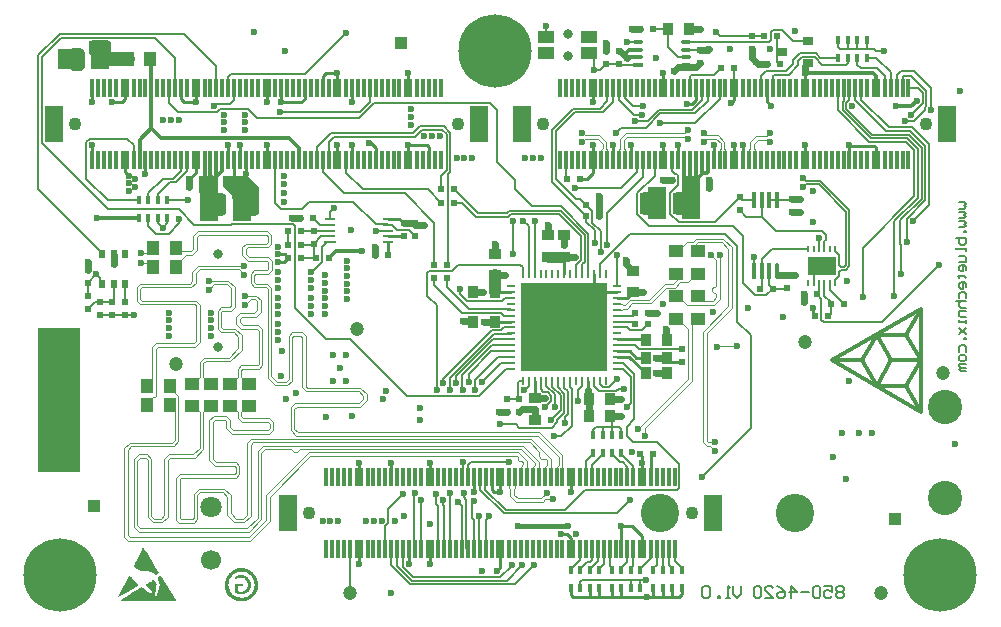
<source format=gbl>
G04 Layer_Physical_Order=6*
G04 Layer_Color=16711680*
%FSLAX44Y44*%
%MOMM*%
G71*
G01*
G75*
%ADD10R,1.0000X1.3000*%
%ADD19R,1.6000X1.8000*%
%ADD20R,0.6000X0.6000*%
%ADD26R,1.6000X2.7000*%
%ADD27R,1.0000X0.9000*%
%ADD30R,0.6000X0.6000*%
%ADD38R,0.9000X1.0000*%
%ADD40R,1.0000X1.0000*%
%ADD59C,0.1500*%
%ADD60C,0.1250*%
%ADD61C,0.6000*%
%ADD62C,0.2000*%
%ADD63C,0.2500*%
%ADD64C,1.0000*%
%ADD65C,0.3000*%
%ADD66C,0.4000*%
%ADD67R,1.0000X1.0000*%
%ADD68C,1.2000*%
%ADD69C,0.8000*%
%ADD70C,6.2000*%
%ADD71C,1.1000*%
%ADD72C,2.9000*%
%ADD73C,1.7000*%
%ADD74C,1.8000*%
%ADD75C,3.2500*%
%ADD76C,0.6000*%
%ADD88R,1.3000X1.0000*%
%ADD89R,1.4000X1.0000*%
%ADD90R,0.4500X0.7000*%
%ADD91R,0.7000X1.6000*%
%ADD92R,0.3000X1.6000*%
%ADD93R,1.6000X3.1000*%
%ADD94R,0.9000X0.6500*%
%ADD95O,0.9500X0.3000*%
%ADD96R,0.9500X0.3000*%
%ADD97R,1.0000X0.2500*%
%ADD98O,1.0000X0.2500*%
%ADD99R,0.6000X0.8000*%
%ADD100O,0.2000X0.6000*%
%ADD101R,2.4800X1.5800*%
%ADD102R,0.3000X1.4000*%
%ADD103O,0.3000X1.4000*%
%ADD104O,0.7000X0.2500*%
%ADD105O,0.2500X0.7000*%
%ADD106R,7.2500X7.5000*%
%ADD107C,0.9000*%
%ADD108C,0.2150*%
%ADD109C,1.2000*%
%ADD110C,0.1540*%
%ADD111R,3.6000X12.3000*%
%ADD112R,1.6000X1.7000*%
G36*
X98232Y49847D02*
X98407Y49614D01*
X98582Y49322D01*
X98873Y48914D01*
X99165Y48389D01*
X99515Y47864D01*
X99923Y47222D01*
X100390Y46523D01*
X101323Y44948D01*
X102373Y43198D01*
X103539Y41391D01*
X104647Y39466D01*
X105813Y37600D01*
X106921Y35792D01*
X107971Y34101D01*
X108438Y33343D01*
X108846Y32585D01*
X109254Y31943D01*
X109662Y31302D01*
X109954Y30777D01*
X110245Y30368D01*
X110479Y29960D01*
X110654Y29727D01*
X110712Y29552D01*
X110770Y29494D01*
X110479Y29144D01*
X110129Y28794D01*
X109721Y28502D01*
X109312Y28211D01*
X108904Y27919D01*
X108554Y27744D01*
X108263Y27627D01*
X108204Y27569D01*
X107621Y28152D01*
X107038Y28619D01*
X106396Y29027D01*
X105697Y29377D01*
X104297Y29960D01*
X102956Y30310D01*
X101731Y30543D01*
X101206Y30602D01*
X100739Y30660D01*
X100331Y30718D01*
X99806D01*
X98232Y30777D01*
X96832Y30893D01*
X95608Y31127D01*
X94500Y31418D01*
X93566Y31768D01*
X92750Y32118D01*
X92050Y32526D01*
X91467Y32993D01*
X90942Y33401D01*
X90534Y33809D01*
X90242Y34159D01*
X90009Y34509D01*
X89834Y34801D01*
X89717Y35034D01*
X89659Y35151D01*
Y35209D01*
X90301Y36492D01*
X90942Y37717D01*
X91525Y38825D01*
X92050Y39874D01*
X92517Y40866D01*
X92983Y41799D01*
X93450Y42674D01*
X93858Y43432D01*
X94208Y44190D01*
X94558Y44890D01*
X95141Y46056D01*
X95608Y47048D01*
X95957Y47864D01*
X96307Y48506D01*
X96482Y49030D01*
X96657Y49380D01*
X96774Y49614D01*
X96832Y49788D01*
X96890Y49905D01*
Y49963D01*
X98174D01*
X98232Y49847D01*
D02*
G37*
G36*
X168000Y347500D02*
Y334500D01*
X165000Y331500D01*
X157500D01*
X153000Y336000D01*
Y346000D01*
X157500Y350500D01*
X165000D01*
X168000Y347500D01*
D02*
G37*
G36*
X125058Y6166D02*
X125000Y5816D01*
X124883Y5525D01*
X124767Y5350D01*
X124592Y5175D01*
X124242Y5058D01*
X78345D01*
Y5875D01*
X78404Y5933D01*
X78579Y6108D01*
X78812Y6283D01*
X79162Y6516D01*
X79570Y6808D01*
X80095Y7099D01*
X80620Y7508D01*
X81261Y7858D01*
X82661Y8732D01*
X84177Y9724D01*
X85810Y10774D01*
X87501Y11823D01*
X89192Y12873D01*
X90825Y13864D01*
X92342Y14856D01*
X93741Y15672D01*
X94325Y16080D01*
X94849Y16372D01*
X95374Y16722D01*
X95782Y16955D01*
X96074Y17130D01*
X96307Y17305D01*
X96482Y17364D01*
X96541Y17422D01*
X97532Y16780D01*
X98407Y16022D01*
X99165Y15322D01*
X99806Y14622D01*
X100331Y13981D01*
X100739Y13456D01*
X101031Y13106D01*
X101089Y13048D01*
Y12990D01*
X104647Y11736D01*
Y13165D01*
X104589Y13514D01*
X104472Y13923D01*
X104414Y14273D01*
X104355Y14331D01*
Y14389D01*
X103597Y15089D01*
X102956Y15789D01*
X102373Y16372D01*
X101848Y16839D01*
X101439Y17305D01*
X101089Y17655D01*
X100798Y18005D01*
X100565Y18297D01*
X100273Y18705D01*
X100098Y18938D01*
X100040Y19055D01*
Y19113D01*
Y19696D01*
X101031Y20046D01*
X102023Y20513D01*
X102956Y21096D01*
X103889Y21737D01*
X104647Y22262D01*
X105288Y22729D01*
X105522Y22962D01*
X105638Y23079D01*
X105755Y23137D01*
X105813Y23195D01*
X106746D01*
X106921Y22671D01*
X107213Y22087D01*
X107621Y21504D01*
X108029Y21038D01*
X108438Y20571D01*
X108787Y20221D01*
X109021Y19929D01*
X109137Y19871D01*
X108904Y19171D01*
X108729Y18588D01*
X108612Y18122D01*
X108496Y17713D01*
Y17364D01*
X108438Y17130D01*
Y17014D01*
Y16955D01*
Y16780D01*
Y16547D01*
X108496Y16255D01*
X108554Y15556D01*
X108612Y15206D01*
X108671Y14914D01*
X108729Y14739D01*
Y14681D01*
X108321Y14214D01*
X108029Y13689D01*
X107854Y13165D01*
X107679Y12698D01*
X107621Y12290D01*
X107563Y11940D01*
Y11648D01*
Y11590D01*
Y11298D01*
X107621Y10774D01*
Y10365D01*
X107679Y10132D01*
X107738Y9899D01*
Y9782D01*
X107796Y9724D01*
X108263D01*
X109254Y10190D01*
X109312Y10249D01*
X109371Y10307D01*
X109429Y10365D01*
X109487D01*
X109895Y12698D01*
X110187Y13573D01*
X110479Y14448D01*
X110654Y15206D01*
X110887Y15964D01*
X111062Y16605D01*
X111179Y17247D01*
X111354Y18238D01*
X111470Y19055D01*
X111587Y19638D01*
Y19988D01*
Y20104D01*
X111354Y20921D01*
X111062Y21737D01*
X110770Y22554D01*
X110479Y23312D01*
X110187Y23953D01*
X109954Y24420D01*
X109779Y24770D01*
X109721Y24887D01*
X109895Y25178D01*
X110187Y25470D01*
X110887Y26053D01*
X111237Y26286D01*
X111529Y26461D01*
X111762Y26578D01*
X111820Y26636D01*
X112520D01*
X125058Y6166D01*
D02*
G37*
G36*
X181937Y33343D02*
X182928Y33226D01*
X183920Y32993D01*
X184853Y32759D01*
X185786Y32468D01*
X186602Y32118D01*
X187360Y31710D01*
X188060Y31360D01*
X188702Y30952D01*
X189226Y30543D01*
X189693Y30194D01*
X190101Y29902D01*
X190451Y29669D01*
X190684Y29435D01*
X190801Y29319D01*
X190859Y29260D01*
X191559Y28444D01*
X192201Y27627D01*
X192784Y26811D01*
X193250Y25936D01*
X193659Y25120D01*
X194009Y24245D01*
X194242Y23487D01*
X194475Y22671D01*
X194650Y21971D01*
X194767Y21329D01*
X194883Y20746D01*
X194942Y20221D01*
X195000Y19813D01*
Y19521D01*
Y19288D01*
Y19230D01*
X194942Y18122D01*
X194825Y17072D01*
X194592Y16080D01*
X194359Y15147D01*
X194067Y14273D01*
X193717Y13398D01*
X193309Y12640D01*
X192901Y11940D01*
X192551Y11298D01*
X192142Y10774D01*
X191793Y10307D01*
X191501Y9899D01*
X191268Y9549D01*
X191034Y9316D01*
X190918Y9199D01*
X190859Y9141D01*
X190043Y8441D01*
X189226Y7799D01*
X188410Y7274D01*
X187535Y6808D01*
X186719Y6400D01*
X185844Y6050D01*
X185086Y5758D01*
X184269Y5583D01*
X183570Y5408D01*
X182928Y5292D01*
X182345Y5175D01*
X181820Y5117D01*
X181412Y5058D01*
X180829D01*
X179721Y5117D01*
X178729Y5233D01*
X177738Y5408D01*
X176746Y5700D01*
X175872Y5991D01*
X175055Y6341D01*
X174297Y6750D01*
X173597Y7099D01*
X172956Y7508D01*
X172431Y7858D01*
X171964Y8207D01*
X171556Y8499D01*
X171206Y8791D01*
X170973Y8966D01*
X170856Y9082D01*
X170798Y9141D01*
X170040Y9957D01*
X169457Y10774D01*
X168873Y11590D01*
X168407Y12465D01*
X167999Y13340D01*
X167649Y14156D01*
X167415Y14972D01*
X167182Y15731D01*
X167007Y16489D01*
X166891Y17130D01*
X166774Y17713D01*
X166716Y18238D01*
X166657Y18647D01*
Y18996D01*
Y19171D01*
Y19230D01*
X166716Y20338D01*
X166832Y21329D01*
X167066Y22321D01*
X167299Y23312D01*
X167590Y24187D01*
X167940Y25003D01*
X168349Y25761D01*
X168698Y26461D01*
X169107Y27103D01*
X169515Y27627D01*
X169865Y28094D01*
X170156Y28502D01*
X170390Y28852D01*
X170623Y29086D01*
X170739Y29202D01*
X170798Y29260D01*
X171614Y30019D01*
X172431Y30602D01*
X173247Y31185D01*
X174122Y31651D01*
X174939Y32060D01*
X175813Y32410D01*
X176571Y32643D01*
X177388Y32876D01*
X178088Y33051D01*
X178729Y33168D01*
X179312Y33284D01*
X179837Y33343D01*
X180245Y33401D01*
X180829D01*
X181937Y33343D01*
D02*
G37*
G36*
X87851Y25703D02*
X88434Y24770D01*
X88901Y23953D01*
X89368Y23312D01*
X89776Y22787D01*
X90067Y22379D01*
X90301Y22087D01*
X90417Y21912D01*
X90476Y21854D01*
X93391Y19521D01*
Y18530D01*
X93216Y18413D01*
X92983Y18238D01*
X92633Y18005D01*
X92225Y17772D01*
X91817Y17480D01*
X91292Y17189D01*
X90126Y16547D01*
X88784Y15731D01*
X87326Y14914D01*
X85810Y14098D01*
X84294Y13223D01*
X82778Y12348D01*
X81320Y11590D01*
X79920Y10832D01*
X78753Y10132D01*
X78170Y9840D01*
X77704Y9607D01*
X77296Y9374D01*
X76946Y9141D01*
X76654Y9024D01*
X76421Y8907D01*
X76304Y8791D01*
X76246D01*
X76188Y8907D01*
X76129Y8966D01*
X76013D01*
X85227Y26403D01*
X87851Y25703D01*
D02*
G37*
G36*
X196000Y356000D02*
Y345500D01*
Y334500D01*
X193000Y331500D01*
X185500D01*
X181000Y336000D01*
Y345500D01*
X173000D01*
Y349500D01*
X165500Y357000D01*
Y365500D01*
X186500D01*
X196000Y356000D01*
D02*
G37*
G36*
X48000Y470500D02*
Y457500D01*
X45000Y454500D01*
X37500D01*
X33000Y459000D01*
Y469000D01*
X37500Y473500D01*
X45000D01*
X48000Y470500D01*
D02*
G37*
G36*
X70500Y477000D02*
Y469500D01*
X66000Y465000D01*
X56000D01*
X51500Y469500D01*
Y477000D01*
X54500Y480000D01*
X67500D01*
X70500Y477000D01*
D02*
G37*
G36*
X161000Y354000D02*
X157500Y350500D01*
X144750D01*
Y365250D01*
X145000Y365500D01*
X161000D01*
Y354000D01*
D02*
G37*
G36*
X533000Y347000D02*
Y337000D01*
X528500Y332500D01*
X521000D01*
X518000Y335500D01*
Y348500D01*
X521000Y351500D01*
X528500D01*
X533000Y347000D01*
D02*
G37*
G36*
X561000D02*
Y337000D01*
X556500Y332500D01*
X549000D01*
X546000Y335500D01*
Y348500D01*
X549000Y351500D01*
X556500D01*
X561000Y347000D01*
D02*
G37*
%LPC*%
G36*
X181295Y30310D02*
X180829D01*
X179954Y30252D01*
X179196Y30194D01*
X177679Y29785D01*
X176338Y29260D01*
X175172Y28677D01*
X174705Y28386D01*
X174297Y28094D01*
X173889Y27803D01*
X173597Y27569D01*
X173364Y27336D01*
X173131Y27161D01*
X173072Y27103D01*
X173014Y27044D01*
X172431Y26403D01*
X171906Y25761D01*
X171498Y25120D01*
X171148Y24420D01*
X170565Y23137D01*
X170156Y21912D01*
X169923Y20863D01*
X169865Y20396D01*
X169806Y19988D01*
X169748Y19696D01*
Y19405D01*
Y19288D01*
Y19230D01*
X169806Y18355D01*
X169865Y17597D01*
X170273Y16080D01*
X170798Y14739D01*
X171381Y13573D01*
X171673Y13048D01*
X171964Y12640D01*
X172256Y12232D01*
X172489Y11940D01*
X172722Y11707D01*
X172897Y11532D01*
X172956Y11415D01*
X173014Y11357D01*
X173655Y10774D01*
X174297Y10307D01*
X174939Y9899D01*
X175580Y9491D01*
X176921Y8907D01*
X178146Y8557D01*
X179196Y8324D01*
X179662Y8266D01*
X180070Y8207D01*
X180362Y8149D01*
X180829D01*
X181703Y8207D01*
X182461Y8266D01*
X183978Y8674D01*
X185319Y9141D01*
X186486Y9782D01*
X187010Y10074D01*
X187419Y10365D01*
X187827Y10599D01*
X188118Y10832D01*
X188352Y11065D01*
X188527Y11240D01*
X188643Y11298D01*
X188702Y11357D01*
X189285Y11998D01*
X189751Y12640D01*
X190160Y13281D01*
X190568Y13981D01*
X191151Y15264D01*
X191501Y16547D01*
X191734Y17597D01*
X191793Y18063D01*
X191851Y18471D01*
X191909Y18763D01*
Y19055D01*
Y19171D01*
Y19230D01*
X191851Y20046D01*
X191793Y20863D01*
X191384Y22379D01*
X190918Y23720D01*
X190276Y24828D01*
X189985Y25353D01*
X189693Y25761D01*
X189460Y26170D01*
X189226Y26461D01*
X188993Y26694D01*
X188818Y26869D01*
X188760Y26986D01*
X188702Y27044D01*
X188060Y27627D01*
X187419Y28152D01*
X186777Y28561D01*
X186077Y28911D01*
X184794Y29494D01*
X183511Y29902D01*
X182461Y30135D01*
X181995Y30194D01*
X181587Y30252D01*
X181295Y30310D01*
D02*
G37*
%LPD*%
G36*
X181820Y27161D02*
X182403Y27103D01*
X182870Y26986D01*
X183278Y26869D01*
X183628Y26811D01*
X183803Y26694D01*
X183861D01*
X184853Y26228D01*
X185319Y25936D01*
X185669Y25703D01*
X185961Y25470D01*
X186194Y25236D01*
X186311Y25120D01*
X186369Y25062D01*
X187069Y24187D01*
X187594Y23370D01*
X187827Y23020D01*
X187943Y22729D01*
X188002Y22496D01*
X188060Y22437D01*
X188410Y21271D01*
X188527Y20746D01*
X188585Y20221D01*
Y19755D01*
X188643Y19405D01*
Y19171D01*
Y19113D01*
Y18413D01*
X188585Y17830D01*
X188468Y17247D01*
X188352Y16780D01*
X188293Y16372D01*
X188177Y16022D01*
X188118Y15847D01*
Y15789D01*
X187652Y14798D01*
X187360Y14331D01*
X187127Y13981D01*
X186894Y13689D01*
X186719Y13456D01*
X186602Y13340D01*
X186544Y13281D01*
X185669Y12640D01*
X184853Y12115D01*
X184503Y11940D01*
X184211Y11823D01*
X184036Y11707D01*
X183978D01*
X182811Y11357D01*
X182287Y11240D01*
X181762Y11182D01*
X181295D01*
X180945Y11123D01*
X180187D01*
X179779Y11182D01*
X179371D01*
X178904Y11298D01*
X178496Y11357D01*
X178263Y11415D01*
X178146D01*
X177679Y11532D01*
X177271Y11648D01*
X177038Y11765D01*
X176921D01*
X176513Y11940D01*
X176163Y12115D01*
X175930Y12173D01*
X175872Y12232D01*
X175638Y12290D01*
X175522Y12406D01*
X175463Y12465D01*
Y12523D01*
X175347Y12873D01*
Y12990D01*
Y13048D01*
Y19171D01*
X175405Y19521D01*
X175463Y19696D01*
X175522Y19813D01*
X175580Y19871D01*
X175755Y19988D01*
X175930Y20046D01*
X181470D01*
X181528Y19988D01*
X181587Y19871D01*
X181645Y19813D01*
X181703Y19755D01*
Y19638D01*
X181762Y19580D01*
Y19521D01*
Y19230D01*
Y19171D01*
Y19113D01*
Y18763D01*
Y18705D01*
Y18647D01*
X181703Y18413D01*
X181645Y18355D01*
Y18297D01*
X181587Y18180D01*
X181528Y18122D01*
X177854D01*
Y13864D01*
X178321Y13689D01*
X178729Y13514D01*
X179021Y13456D01*
X179079Y13398D01*
X179137D01*
X179662Y13281D01*
X180070Y13223D01*
X180537D01*
X181412Y13281D01*
X182112Y13398D01*
X182345Y13456D01*
X182578Y13514D01*
X182695Y13573D01*
X182753D01*
X183453Y13923D01*
X183978Y14331D01*
X184211Y14506D01*
X184386Y14622D01*
X184444Y14681D01*
X184503Y14739D01*
X184969Y15381D01*
X185319Y16022D01*
X185436Y16255D01*
X185552Y16489D01*
X185611Y16605D01*
Y16664D01*
X185844Y17538D01*
X185961Y18355D01*
X186019Y18705D01*
Y18996D01*
Y19171D01*
Y19230D01*
X185961Y20163D01*
X185902Y20571D01*
X185844Y20979D01*
X185786Y21271D01*
X185727Y21504D01*
X185669Y21621D01*
Y21679D01*
X185319Y22437D01*
X184969Y23020D01*
X184794Y23254D01*
X184678Y23429D01*
X184561Y23487D01*
Y23545D01*
X183978Y24070D01*
X183453Y24420D01*
X183220Y24537D01*
X183045Y24653D01*
X182928Y24712D01*
X182870D01*
X182053Y25003D01*
X181295Y25120D01*
X181004Y25178D01*
X180537D01*
X179721Y25120D01*
X179137Y25062D01*
X178904Y25003D01*
X178729D01*
X178671Y24945D01*
X178612D01*
X178029Y24828D01*
X177621Y24653D01*
X177330Y24537D01*
X177213Y24478D01*
X176805Y24303D01*
X176513Y24187D01*
X176338Y24070D01*
X176280Y24012D01*
X176047Y23895D01*
X175872Y23837D01*
X175813Y23779D01*
X175755D01*
X175638Y23837D01*
X175580D01*
X175463Y23953D01*
Y24012D01*
X175405Y24245D01*
Y24303D01*
Y24362D01*
X175347Y24712D01*
Y24770D01*
Y24828D01*
Y25178D01*
Y25353D01*
X175405Y25470D01*
Y25528D01*
X175522Y25820D01*
X175580Y25936D01*
X175638D01*
X175813Y26053D01*
X175988Y26170D01*
X176163Y26286D01*
X176222D01*
X176513Y26461D01*
X176863Y26636D01*
X177096Y26694D01*
X177155Y26753D01*
X177213D01*
X177738Y26928D01*
X178204Y27044D01*
X178554Y27103D01*
X178729D01*
X179371Y27219D01*
X179954Y27278D01*
X181237D01*
X181820Y27161D01*
D02*
G37*
D10*
X84500Y464000D02*
D03*
X103500D02*
D03*
X106000Y304000D02*
D03*
X125000D02*
D03*
X106000Y288000D02*
D03*
X125000D02*
D03*
X120000Y187500D02*
D03*
X101000D02*
D03*
X120000Y171500D02*
D03*
X101000D02*
D03*
D19*
X33000Y464000D02*
D03*
X61000D02*
D03*
D20*
X136678Y362500D02*
D03*
X147678D02*
D03*
X619500Y269931D02*
D03*
X630500D02*
D03*
X483500Y331000D02*
D03*
X472500D02*
D03*
X483500Y341000D02*
D03*
X472500D02*
D03*
X220500Y307000D02*
D03*
X231500D02*
D03*
X634500Y483500D02*
D03*
X623500D02*
D03*
X467000Y363000D02*
D03*
X456000D02*
D03*
X529000Y490000D02*
D03*
X518000D02*
D03*
X293500Y298000D02*
D03*
X304500D02*
D03*
X514000Y249000D02*
D03*
X525000D02*
D03*
X545000Y362000D02*
D03*
X556000D02*
D03*
X577000D02*
D03*
X566000D02*
D03*
X168678Y362500D02*
D03*
X157678D02*
D03*
X525000Y240000D02*
D03*
X514000D02*
D03*
X361000Y354000D02*
D03*
X350000D02*
D03*
X361000Y342500D02*
D03*
X350000D02*
D03*
X636500Y460000D02*
D03*
X625500D02*
D03*
X679500Y256931D02*
D03*
X690500D02*
D03*
X677500Y246431D02*
D03*
X666500D02*
D03*
X667700Y265431D02*
D03*
X656700D02*
D03*
X597500Y456500D02*
D03*
X586500D02*
D03*
X230500Y330000D02*
D03*
X241500D02*
D03*
X243500Y296000D02*
D03*
X254500D02*
D03*
X220500D02*
D03*
X231500D02*
D03*
X231500Y319000D02*
D03*
X220500D02*
D03*
X518500Y129999D02*
D03*
X529500D02*
D03*
D26*
X153000Y341000D02*
D03*
X181000D02*
D03*
X561000Y342000D02*
D03*
X533000D02*
D03*
D27*
X429000Y159000D02*
D03*
Y177000D02*
D03*
X454000Y315000D02*
D03*
Y297000D02*
D03*
X395000Y281000D02*
D03*
Y299000D02*
D03*
X440000Y315000D02*
D03*
Y297000D02*
D03*
X512000Y285000D02*
D03*
Y267000D02*
D03*
D30*
X71500Y258500D02*
D03*
Y247500D02*
D03*
X50500Y263500D02*
D03*
Y252500D02*
D03*
X61000Y258500D02*
D03*
Y247500D02*
D03*
X82000D02*
D03*
Y258500D02*
D03*
X613000Y483500D02*
D03*
Y472500D02*
D03*
X500000Y471000D02*
D03*
Y460000D02*
D03*
X318000Y325500D02*
D03*
Y314500D02*
D03*
X328000Y314500D02*
D03*
Y325500D02*
D03*
X489500Y460000D02*
D03*
Y471000D02*
D03*
X569000Y460500D02*
D03*
Y471500D02*
D03*
X50500Y285500D02*
D03*
Y274500D02*
D03*
X406000Y176500D02*
D03*
Y165500D02*
D03*
X642500Y270000D02*
D03*
Y281000D02*
D03*
X646500Y334529D02*
D03*
Y345529D02*
D03*
X602500Y336000D02*
D03*
Y347000D02*
D03*
X242000Y318500D02*
D03*
Y307500D02*
D03*
X554000Y218500D02*
D03*
Y207500D02*
D03*
X344000Y290250D02*
D03*
Y279250D02*
D03*
X355000Y290250D02*
D03*
Y279250D02*
D03*
X416000Y176500D02*
D03*
Y165500D02*
D03*
D38*
X542000Y490000D02*
D03*
X560000D02*
D03*
X523000Y226000D02*
D03*
X541000D02*
D03*
X377000Y242000D02*
D03*
X395000D02*
D03*
X493000Y176000D02*
D03*
X475000D02*
D03*
X541000Y198000D02*
D03*
X523000D02*
D03*
X493000Y162000D02*
D03*
X475000D02*
D03*
X377000Y267000D02*
D03*
X395000D02*
D03*
X541000Y211500D02*
D03*
X523000D02*
D03*
D40*
X56000Y86000D02*
D03*
D59*
X511929Y140071D02*
X532929D01*
X507000Y145000D02*
X511929Y140071D01*
X532929D02*
X551250Y121750D01*
X443750Y404235D02*
X461515Y422000D01*
X443750Y359750D02*
Y404235D01*
X446750Y363068D02*
Y402993D01*
X462757Y419000D01*
X487000D01*
X443750Y359750D02*
X472500Y331000D01*
X446750Y363068D02*
X463818Y346000D01*
X467500D01*
X472500Y326507D02*
Y331000D01*
Y326507D02*
X479749Y319258D01*
X477750Y325500D02*
X484999Y318251D01*
X477750Y325500D02*
Y335750D01*
X472500Y341000D02*
X477750Y335750D01*
X484999Y300999D02*
Y318251D01*
X467500Y346000D02*
X472500Y341000D01*
X415750Y152250D02*
X443599D01*
X412999Y155000D02*
X415750Y152250D01*
X400000Y155000D02*
X412999D01*
X338000Y283000D02*
X339750Y284750D01*
X338000Y264000D02*
Y283000D01*
Y264000D02*
X345999Y256001D01*
X339750Y284750D02*
X358750D01*
X345999Y184000D02*
Y256001D01*
X393037Y234750D02*
X400750D01*
X351750Y193463D02*
X393037Y234750D01*
X394280Y231750D02*
X408750D01*
X357000Y194471D02*
X394280Y231750D01*
X357000Y184000D02*
Y194471D01*
X351750Y190250D02*
Y193463D01*
X362499Y195727D02*
X393772Y227000D01*
X362499Y190000D02*
Y195727D01*
X393772Y227000D02*
X409000D01*
X393015Y222000D02*
X409000D01*
X367750Y196735D02*
X393015Y222000D01*
X367750Y184249D02*
Y196735D01*
X392257Y217000D02*
X409000D01*
X373000Y197743D02*
X392257Y217000D01*
X373000Y190500D02*
Y197743D01*
X367250Y249250D02*
X400432D01*
X373750Y252250D02*
X408750D01*
X403000Y237000D02*
X409000D01*
X400750Y234750D02*
X403000Y237000D01*
X398075Y212000D02*
X409000D01*
X378499Y192424D02*
X398075Y212000D01*
X400500Y207000D02*
X409000D01*
X383999Y190500D02*
X400500Y207000D01*
X405000Y202000D02*
X409000D01*
X381750Y178750D02*
X405000Y202000D01*
X401750Y259750D02*
X404000Y262000D01*
X371568Y259750D02*
X401750D01*
X367750Y184249D02*
X367999Y184000D01*
X320750Y178750D02*
X381750D01*
X378499Y184000D02*
Y192424D01*
X272500Y227000D02*
X320750Y178750D01*
X443599Y152250D02*
X448174Y156825D01*
Y158750D02*
X454249Y164825D01*
X448174Y156825D02*
Y158750D01*
X455000Y161333D02*
X457249Y163582D01*
X455000Y156000D02*
Y161333D01*
X454249Y164825D02*
Y180904D01*
X451425Y145000D02*
X460250Y153825D01*
X445000Y145000D02*
X451425D01*
X442924Y159000D02*
X451249Y167325D01*
X437364Y169500D02*
X437924D01*
X443250Y174826D01*
X140500Y324000D02*
X172000D01*
X252000Y227000D02*
X272500D01*
X225750Y253250D02*
X252000Y227000D01*
X225750Y253250D02*
Y322932D01*
X224432Y324250D02*
X225750Y322932D01*
X172250Y324250D02*
X224432D01*
X172000Y324000D02*
X172250Y324250D01*
X127500Y337000D02*
X140500Y324000D01*
X479749Y308749D02*
Y319258D01*
X474499Y306574D02*
Y316501D01*
X451500Y339500D02*
X474499Y316501D01*
X474500Y282500D02*
Y306573D01*
X474499Y306574D02*
X474500Y306573D01*
X471250Y292757D02*
Y315507D01*
X451007Y335750D02*
X471250Y315507D01*
X468250Y294000D02*
Y314265D01*
X449765Y332750D02*
X468250Y314265D01*
X408825Y332750D02*
X449765D01*
X407583Y335750D02*
X451007D01*
X427000Y339500D02*
X451500D01*
X484000Y189000D02*
Y192000D01*
X492250Y186250D02*
X499000Y193000D01*
X487418Y186250D02*
X487418Y186250D01*
X492250D01*
X484000Y189000D02*
X486749Y186250D01*
X487418D01*
X490500Y428500D02*
Y440000D01*
X484000Y422000D02*
X490500Y428500D01*
X461515Y422000D02*
X484000D01*
X479000Y187500D02*
Y192000D01*
X500000Y185000D02*
X505000D01*
X498251Y183251D02*
X500000Y185000D01*
X479000Y187500D02*
X483250Y183251D01*
X498251D01*
X495500Y427500D02*
Y440000D01*
X487000Y419000D02*
X495500Y427500D01*
X490500Y306500D02*
Y334000D01*
X484000Y290425D02*
X509575Y316000D01*
X464000Y289750D02*
X468250Y294000D01*
X469007Y290515D02*
X471250Y292757D01*
X469007Y282007D02*
Y290515D01*
X469000Y282000D02*
X469007Y282007D01*
X464000Y282000D02*
Y289750D01*
X490500Y334000D02*
X520500Y364000D01*
X484000Y282000D02*
Y290425D01*
X502061Y355000D02*
X515500Y368439D01*
X463000Y355000D02*
X502061D01*
X498000Y401500D02*
X502500Y406000D01*
X514000Y411750D02*
X524750D01*
X523243Y406000D02*
X535492Y418249D01*
X502500Y406000D02*
X523243D01*
X499000Y207000D02*
X504078D01*
X454500Y82500D02*
X471750Y99750D01*
X551250Y101068D02*
Y121750D01*
X549932Y99750D02*
X551250Y101068D01*
X471750Y99750D02*
X549932D01*
X507000Y145000D02*
Y153000D01*
X469000Y187500D02*
Y192000D01*
X465500Y184000D02*
X469000Y187500D01*
X465500Y175000D02*
Y184000D01*
X159500Y440000D02*
Y458000D01*
X132250Y485250D02*
X159500Y458000D01*
X26750Y485250D02*
X132250D01*
X28250Y482250D02*
X107250D01*
X124500Y465000D01*
Y440000D02*
Y465000D01*
X8750Y467250D02*
X26750Y485250D01*
X11750Y465750D02*
X28250Y482250D01*
X11750Y393068D02*
Y465750D01*
X8750Y354250D02*
Y467250D01*
Y354250D02*
X63000Y300000D01*
X11750Y393068D02*
X67818Y337000D01*
X127500D01*
X63000Y299000D02*
Y300000D01*
X279993Y414250D02*
X292993Y427250D01*
X194175Y414250D02*
X279993D01*
X292993Y427250D02*
X390932D01*
X289500Y428000D02*
Y440000D01*
X281000Y419500D02*
X289500Y428000D01*
X213500Y419500D02*
X281000D01*
X397000Y377000D02*
Y421182D01*
X390932Y427250D02*
X397000Y421182D01*
X186175Y422250D02*
X194175Y414250D01*
X162675Y422250D02*
X186175D01*
X118000Y344500D02*
X135500D01*
X234500Y451500D02*
X269000Y486000D01*
X172000Y451500D02*
X234500D01*
X169500Y449000D02*
X172000Y451500D01*
X169500Y440000D02*
Y449000D01*
X412500Y354000D02*
X427000Y339500D01*
X412500Y354000D02*
Y361500D01*
X405582Y333749D02*
X407583Y335750D01*
X406825Y330749D02*
X408825Y332750D01*
X419500Y327500D02*
X424000Y323000D01*
Y282000D02*
Y323000D01*
X397000Y377000D02*
X412500Y361500D01*
X429000Y282000D02*
Y327000D01*
X524750Y411750D02*
X534249Y421249D01*
X512939Y417000D02*
X519500D01*
X500500Y429439D02*
X512939Y417000D01*
X500500Y429439D02*
Y440000D01*
X535492Y418249D02*
X565082D01*
X534249Y421249D02*
X562310D01*
X585500Y430500D02*
Y440000D01*
X565000Y410000D02*
X585500Y430500D01*
X535500Y410000D02*
X565000D01*
X570500Y429439D02*
Y440000D01*
X562310Y421249D02*
X570500Y429439D01*
X575500Y428668D02*
Y440000D01*
X565082Y418249D02*
X575500Y428668D01*
X582500Y487000D02*
X586000Y483500D01*
X411000Y299000D02*
Y327500D01*
X381251Y333749D02*
X405582D01*
X379251Y330749D02*
X406825D01*
X366000Y265318D02*
Y269500D01*
Y265318D02*
X371568Y259750D01*
X404000Y262000D02*
X409000D01*
X656500Y355750D02*
X658750Y358000D01*
X512000Y424500D02*
X521000D01*
X505500Y431000D02*
X512000Y424500D01*
X505500Y431000D02*
Y440000D01*
X119500Y427000D02*
Y440000D01*
Y427000D02*
X127250Y419250D01*
X159675D01*
X162675Y422250D01*
X159000Y426000D02*
X171061D01*
X157500Y424500D02*
X159000Y426000D01*
X174500Y429439D02*
Y440000D01*
X171061Y426000D02*
X174500Y429439D01*
X367500Y342500D02*
X379251Y330749D01*
X361000Y354000D02*
X381251Y333749D01*
X474000Y282000D02*
X474500Y282500D01*
X515500Y368439D02*
Y379000D01*
X361000Y342500D02*
X367500D01*
X338500Y354000D02*
X350000Y342500D01*
X283500Y354000D02*
X338500D01*
X267500Y350500D02*
X319000D01*
X249500Y368500D02*
X267500Y350500D01*
X249500Y368500D02*
Y379000D01*
X319000Y350500D02*
X344000Y325500D01*
X269500Y368000D02*
X283500Y354000D01*
X269500Y368000D02*
Y379000D01*
X350000Y354000D02*
Y365500D01*
X354500Y370000D01*
X355500Y366757D02*
X357500Y368757D01*
Y401743D01*
X355500Y290750D02*
Y366757D01*
X354500Y370000D02*
Y400500D01*
X350750Y404250D02*
X354500Y400500D01*
X351993Y407250D02*
X357500Y401743D01*
X333325Y404250D02*
X350750D01*
X332083Y407250D02*
X351993D01*
X327325Y398249D02*
X333325Y404250D01*
X258749Y398249D02*
X327325D01*
X326082Y401249D02*
X332083Y407250D01*
X256189Y401249D02*
X326082D01*
X244500Y389561D02*
X256189Y401249D01*
X254500Y394000D02*
X258749Y398249D01*
X244500Y379000D02*
Y389561D01*
X254500Y379000D02*
Y394000D01*
X355000Y290250D02*
X355500Y290750D01*
X238249Y343249D02*
X275251D01*
X232000Y337000D02*
X238249Y343249D01*
X214500Y337000D02*
X232000D01*
X209500Y342000D02*
X214500Y337000D01*
X209500Y342000D02*
Y379000D01*
X344000Y290250D02*
Y325500D01*
X355000Y271000D02*
Y279250D01*
Y271000D02*
X373750Y252250D01*
X408750D02*
X409000Y252000D01*
X400432Y249250D02*
X402682Y247000D01*
X344000Y272500D02*
X367250Y249250D01*
X344000Y272500D02*
Y279250D01*
X402682Y247000D02*
X409000D01*
X358750Y284750D02*
X364000Y290000D01*
X417000D01*
X419000Y288000D01*
Y282000D02*
Y288000D01*
X275251Y343249D02*
X294250Y324250D01*
X304250D01*
X625250Y264681D02*
X630500Y269931D01*
X615568Y264681D02*
X625250D01*
X605500Y274749D02*
X615568Y264681D01*
X605500Y274749D02*
Y314500D01*
X596750Y323250D02*
X605500Y314500D01*
X525825Y323250D02*
X596750D01*
X590500Y316000D02*
X600500Y306000D01*
X509575Y316000D02*
X590500D01*
X600500Y242000D02*
Y306000D01*
X515750Y333325D02*
X525825Y323250D01*
X543750Y333325D02*
Y350675D01*
Y333325D02*
X550825Y326250D01*
X581750D01*
X515750Y333325D02*
Y350675D01*
X530500Y365425D01*
Y379000D01*
X128000Y325000D02*
Y329000D01*
X119250Y316250D02*
X128000Y325000D01*
X108250Y316250D02*
X119250D01*
X102000Y322500D02*
X108250Y316250D01*
X102000Y322500D02*
Y329500D01*
X304250Y324250D02*
X304500Y324000D01*
X500000Y460000D02*
X500779Y459221D01*
X516721D01*
X489500Y460000D02*
X500000D01*
X484500Y455000D02*
X489500Y460000D01*
X479500Y455000D02*
X484500D01*
X475000Y469000D02*
X479500Y464500D01*
Y455000D02*
Y464500D01*
X520500Y364000D02*
Y379000D01*
X499000Y272000D02*
Y298000D01*
X750500Y348153D02*
Y387068D01*
X707000Y263000D02*
Y304653D01*
X750500Y348153D01*
X673568Y241181D02*
X723181D01*
X733500Y326910D02*
X753500Y346910D01*
X738700Y327867D02*
X756853Y346021D01*
X743950Y328875D02*
X759854Y344778D01*
X743950Y309450D02*
Y328875D01*
X753500Y346910D02*
Y388311D01*
X738700Y307275D02*
Y327867D01*
X733500Y264000D02*
Y326910D01*
X723181Y241181D02*
X771500Y289500D01*
X738988Y282012D02*
Y306988D01*
X738700Y307275D02*
X738988Y306988D01*
X759854Y344778D02*
Y390442D01*
X756853Y346021D02*
Y389200D01*
X743243Y394325D02*
X750500Y387068D01*
X712265Y394325D02*
X743243D01*
X744485Y397325D02*
X753500Y388311D01*
X713507Y397325D02*
X744485D01*
X745728Y400325D02*
X756853Y389200D01*
X762853Y340354D02*
Y392146D01*
X749200Y326700D02*
X762853Y340354D01*
X746971Y403325D02*
X759854Y390442D01*
X748675Y406325D02*
X762853Y392146D01*
X714750Y400325D02*
X745728D01*
X726599Y403325D02*
X746971D01*
X728614Y406325D02*
X748675D01*
X700500Y429424D02*
Y440000D01*
Y429424D02*
X726599Y403325D01*
X695500Y429425D02*
Y440000D01*
X692750Y426674D02*
X695500Y429425D01*
X692750Y422325D02*
X714750Y400325D01*
X692750Y422325D02*
Y426674D01*
X690500Y428667D02*
Y440000D01*
X689750Y427917D02*
X690500Y428667D01*
X689750Y421083D02*
X713507Y397325D01*
X689750Y421083D02*
Y427917D01*
X685500Y421090D02*
Y440000D01*
Y421090D02*
X712265Y394325D01*
X705500Y429439D02*
X728614Y406325D01*
X705500Y429439D02*
Y440000D01*
X718751Y456249D02*
X725500Y449500D01*
X705251Y456249D02*
X718751D01*
X702000Y459500D02*
X705251Y456249D01*
X692500Y459500D02*
X694000Y461000D01*
X672432Y459500D02*
X692500D01*
X665932Y466000D02*
X672432Y459500D01*
X764500Y421000D02*
Y439500D01*
X750099Y411750D02*
X759250Y420901D01*
Y423175D01*
X760750Y424675D01*
Y437432D01*
X747932Y450250D02*
X760750Y437432D01*
X753500Y440000D02*
X757750Y435750D01*
Y426825D02*
Y435750D01*
X745500Y440000D02*
X753500D01*
X747925Y417000D02*
X757750Y426825D01*
X750000Y454000D02*
X764500Y439500D01*
X742675Y411750D02*
X750099D01*
X739000Y454000D02*
X750000D01*
X740500Y450250D02*
X747932D01*
X735500Y450500D02*
X739000Y454000D01*
X740500Y440000D02*
Y450250D01*
X735500Y440000D02*
Y450500D01*
X742500Y411575D02*
X742675Y411750D01*
X581750Y326250D02*
X602500Y347000D01*
X543750Y350675D02*
X550250Y357175D01*
Y365932D01*
X548932Y367250D02*
X550250Y365932D01*
X547500Y367250D02*
X548932D01*
X545500Y369250D02*
X547500Y367250D01*
X545500Y369250D02*
Y379000D01*
X272500Y13000D02*
Y49000D01*
Y13000D02*
X273000Y12500D01*
X512500Y110000D02*
Y120000D01*
X502500Y130000D02*
X512500Y120000D01*
X502500Y130000D02*
Y131000D01*
X658750Y358000D02*
X669500D01*
X658750Y361000D02*
X670743D01*
X692500Y290000D02*
Y335000D01*
X691000Y288500D02*
X692500Y290000D01*
X669500Y358000D02*
X692500Y335000D01*
X688000Y288500D02*
X691000D01*
X686650Y289850D02*
X688000Y288500D01*
X683250Y301750D02*
Y303550D01*
X686650Y289850D02*
Y298350D01*
X683250Y301750D02*
X686650Y298350D01*
X695500Y288757D02*
Y336243D01*
X692243Y285500D02*
X695500Y288757D01*
X688000Y285500D02*
X692243D01*
X670743Y361000D02*
X695500Y336243D01*
X686650Y284150D02*
X688000Y285500D01*
X683250Y276750D02*
X686650Y280150D01*
Y284150D01*
X683250Y274550D02*
Y276750D01*
X656500Y363250D02*
X658750Y361000D01*
X61000Y258500D02*
X71500D01*
X56500D02*
X61000D01*
X50500Y252500D02*
X56500Y258500D01*
X71500D02*
X72500Y259500D01*
Y274000D01*
X82000Y258500D02*
Y274000D01*
X455500Y363500D02*
X456000Y363000D01*
X455500Y363500D02*
Y379000D01*
X613000Y483500D02*
X623500D01*
X586000D02*
X613000D01*
X556721Y478721D02*
X598721D01*
X599192Y478250D01*
X627432D01*
X634500Y462000D02*
Y483500D01*
Y462000D02*
X636500Y460000D01*
X647682Y479500D02*
X660500D01*
X638432Y488750D02*
X647682Y479500D01*
X630568Y488750D02*
X638432D01*
X629250Y487432D02*
X630568Y488750D01*
X629250Y480068D02*
Y487432D01*
X627432Y478250D02*
X629250Y480068D01*
X550779Y465721D02*
X556721D01*
X542000Y474500D02*
X550779Y465721D01*
X542000Y474500D02*
Y490000D01*
X529000D02*
X542000D01*
X562000Y451000D02*
X581000D01*
X560500Y449500D02*
X562000Y451000D01*
X581000D02*
X586500Y456500D01*
X560500Y440000D02*
Y449500D01*
X486500Y129500D02*
Y131000D01*
X477500Y120500D02*
X486500Y129500D01*
X477500Y110000D02*
Y120500D01*
X503500Y123000D02*
X507500Y119000D01*
X501000Y123000D02*
X503500D01*
X494500Y129500D02*
X501000Y123000D01*
X507500Y110000D02*
Y119000D01*
X494500Y129500D02*
Y131000D01*
X478500Y129500D02*
Y131000D01*
X472500Y123500D02*
X478500Y129500D01*
X472500Y110000D02*
Y123500D01*
X406000Y176500D02*
X406000Y176500D01*
X416000D01*
X499000Y222000D02*
X514318D01*
X304500Y324000D02*
X308500D01*
X312750Y319750D01*
X322750D01*
X328000Y314500D01*
X537500Y31500D02*
Y49000D01*
X532500Y36000D02*
Y49000D01*
X529500Y33000D02*
X532500Y36000D01*
X529500Y31500D02*
Y33000D01*
X487500Y36500D02*
Y49000D01*
X483500Y32500D02*
X487500Y36500D01*
X483500Y31500D02*
Y32500D01*
X482500Y39500D02*
Y49000D01*
X475500Y32500D02*
X482500Y39500D01*
X475500Y31500D02*
Y32500D01*
X467500Y31500D02*
Y32500D01*
X459500Y31500D02*
Y32432D01*
X327250Y49250D02*
X327500Y49000D01*
X327250Y96250D02*
X327500Y96500D01*
X332500Y49000D02*
Y90500D01*
X382500Y49000D02*
X383499Y49999D01*
X408750Y231750D02*
X409000Y232000D01*
X424000Y187000D02*
Y192000D01*
X414886Y177614D02*
X416000Y176500D01*
X421000Y184000D02*
X424000Y187000D01*
X420136Y184000D02*
X421000D01*
X414886Y177614D02*
Y190386D01*
X416500Y192000D01*
X419000D01*
X514318Y222000D02*
X517568Y218750D01*
X553750D02*
X554000Y218500D01*
X517568Y218750D02*
X553750D01*
X434000Y184682D02*
Y192000D01*
Y184682D02*
X436432Y182250D01*
X439000Y187668D02*
Y192000D01*
X444000Y186911D02*
Y192000D01*
X436432Y182250D02*
X440175D01*
X312500Y34834D02*
Y49000D01*
X307500Y35591D02*
Y49000D01*
X317250Y34326D02*
Y48750D01*
X317500Y49000D01*
X518500Y31500D02*
Y32500D01*
X527500Y41500D01*
Y49000D01*
X492500Y35000D02*
Y49000D01*
Y35000D02*
X494500Y33000D01*
Y31500D02*
Y33000D01*
X467500Y32500D02*
X473000Y38000D01*
X502500Y31500D02*
Y33000D01*
X507500Y38000D01*
Y49000D01*
X510500Y31500D02*
Y33000D01*
X512500Y35000D01*
Y49000D01*
X542500Y36000D02*
Y49000D01*
Y36000D02*
X545500Y33000D01*
Y31500D02*
Y33000D01*
X547500Y39000D02*
Y49000D01*
Y39000D02*
X553500Y33000D01*
Y31500D02*
Y33000D01*
X459500Y32432D02*
X467500Y40432D01*
Y49000D01*
X473000Y38000D02*
X475500D01*
X477500Y40000D01*
Y49000D01*
X372500Y110000D02*
X372750Y110250D01*
X449000Y186153D02*
Y192000D01*
X387250Y109750D02*
X387500Y110000D01*
X382500D02*
X382750Y109750D01*
X571000Y110757D02*
X612000Y151757D01*
Y230500D01*
X600500Y242000D02*
X612000Y230500D01*
X440175Y182250D02*
X443250Y179175D01*
Y174826D02*
Y179175D01*
X439000Y187668D02*
X446250Y180418D01*
Y169751D02*
Y180418D01*
X445999Y169500D02*
X446250Y169751D01*
X454000Y186000D02*
Y192000D01*
Y186000D02*
X457249Y182751D01*
Y163582D02*
Y182751D01*
X449000Y186153D02*
X454249Y180904D01*
X444000Y186911D02*
X451249Y179662D01*
Y167325D02*
Y179662D01*
X725500Y440000D02*
Y449500D01*
X702000Y459500D02*
Y465500D01*
X710000D02*
X718000D01*
X730500Y453000D01*
Y440000D02*
Y453000D01*
X694000Y461000D02*
Y465500D01*
X655068Y466000D02*
X665932D01*
X652000Y462932D02*
X655068Y466000D01*
X652000Y459000D02*
Y462932D01*
X644000Y451000D02*
X652000Y459000D01*
X630500Y440000D02*
Y449500D01*
X632000Y451000D01*
X644000D01*
X678750Y268681D02*
Y274550D01*
Y268681D02*
X690500Y256931D01*
X669750Y267481D02*
Y274550D01*
X667700Y265431D02*
X669750Y267481D01*
X667700Y265431D02*
X671750Y261381D01*
Y242999D02*
Y261381D01*
Y242999D02*
X673568Y241181D01*
X674212Y303588D02*
X674250Y303550D01*
X674212Y303588D02*
Y309788D01*
X675249Y310825D01*
Y315174D01*
X672173Y318249D02*
X675249Y315174D01*
X633751Y318249D02*
X672173D01*
X621180Y330820D02*
X633751Y318249D01*
X621180Y330820D02*
Y344710D01*
X604790D02*
X614680D01*
X602500Y347000D02*
X604790Y344710D01*
X607680Y330820D02*
X621180D01*
X602500Y336000D02*
X607680Y330820D01*
X621180Y271611D02*
Y284710D01*
X619500Y269931D02*
X621180Y271611D01*
X627680Y272751D02*
Y284710D01*
Y272751D02*
X630500Y269931D01*
X642431D01*
X642500Y270000D01*
X621180Y284710D02*
Y294680D01*
X630050Y303550D01*
X660750D01*
X89500Y379000D02*
Y391500D01*
X84251Y396749D02*
X89500Y391500D01*
X52325Y396749D02*
X84251D01*
X49250Y393674D02*
X52325Y396749D01*
X49250Y362750D02*
Y393674D01*
Y362750D02*
X67500Y344500D01*
X94000D01*
X102000D02*
Y350500D01*
X110000Y344500D02*
Y350000D01*
X102000Y350500D02*
X114500Y363000D01*
X110000Y350000D02*
X120000Y360000D01*
X114500Y363000D02*
X123000D01*
X129500Y369500D01*
Y379000D01*
X120000Y360000D02*
X124996D01*
X134500Y369504D01*
Y379000D01*
X371250Y50250D02*
X372500Y49000D01*
X377500D02*
X377750Y49250D01*
X371250Y50250D02*
Y90750D01*
X369000Y93000D02*
X371250Y90750D01*
X367500Y110000D02*
X367999Y110499D01*
X372750Y110250D02*
Y120250D01*
X375500Y123000D01*
X407000D01*
X367999Y110499D02*
Y123000D01*
X369000Y93000D02*
Y96500D01*
X357500Y96500D02*
X357500Y96500D01*
X357500Y49000D02*
Y96500D01*
X347500Y49000D02*
Y85749D01*
X345500Y87749D02*
X347500Y85749D01*
X345500Y87749D02*
Y96000D01*
X351499Y86501D02*
Y91000D01*
Y86501D02*
X352500Y85500D01*
Y49000D02*
Y85500D01*
X381500Y51999D02*
X383499Y49999D01*
X387500Y49000D02*
Y74000D01*
X377750Y49250D02*
Y73825D01*
X376250Y75325D02*
X377750Y73825D01*
X376250Y75325D02*
Y88250D01*
X381500Y51999D02*
Y77500D01*
X364000Y89500D02*
X367500Y86000D01*
Y49000D02*
Y86000D01*
X376250Y88250D02*
X377750Y89750D01*
X498500Y79500D02*
X510000Y91000D01*
X387500Y74000D02*
X390500Y77000D01*
X327250Y49250D02*
Y96250D01*
X302500Y49000D02*
Y69075D01*
X304750Y71325D01*
Y83250D02*
X317500Y96000D01*
X304750Y71325D02*
Y83250D01*
X382750Y99750D02*
Y109750D01*
Y99750D02*
X403000Y79500D01*
X498500D01*
X387250Y99689D02*
Y109750D01*
Y99689D02*
X404439Y82500D01*
X454500D01*
X459000Y186250D02*
Y192000D01*
Y186250D02*
X460250Y185000D01*
Y153825D02*
Y185000D01*
X499000Y202000D02*
X503500D01*
X504078Y207000D02*
X513250Y197828D01*
X507000Y153000D02*
X513250Y159250D01*
Y197828D01*
X503500Y202000D02*
X510250Y195250D01*
Y172750D02*
Y195250D01*
X507000Y169500D02*
X510250Y172750D01*
X409500Y35076D02*
Y35500D01*
X399924Y25500D02*
X409500Y35076D01*
X317250Y34326D02*
X326076Y25500D01*
X405500Y22500D02*
X418500Y35500D01*
X312500Y34834D02*
X324834Y22500D01*
X412500Y19500D02*
X428500Y35500D01*
X307500Y35591D02*
X323591Y19500D01*
X412500D01*
X324834Y22500D02*
X405500D01*
X326076Y25500D02*
X399924D01*
D60*
X156500Y126000D02*
Y157000D01*
X168000Y151500D02*
X172500Y147000D01*
X168000Y151500D02*
Y157500D01*
X171000Y152743D02*
X173743Y150000D01*
X171000Y152743D02*
Y158743D01*
X166500Y159000D02*
X168000Y157500D01*
X167743Y162000D02*
X171000Y158743D01*
X158500Y159000D02*
X166500D01*
X157257Y162000D02*
X167743D01*
X156500Y157000D02*
X158500Y159000D01*
X153500Y158243D02*
X157257Y162000D01*
X153500Y124757D02*
Y158243D01*
Y124757D02*
X158257Y120000D01*
X156500Y126000D02*
X159500Y123000D01*
X176000D01*
X158257Y120000D02*
X174757D01*
X176000Y123000D02*
X179000Y120000D01*
X174757D02*
X176000Y118757D01*
X179000Y112757D02*
Y120000D01*
X176000Y114000D02*
Y118757D01*
X172500Y147000D02*
X204243D01*
X173743Y150000D02*
X203000D01*
X207500Y150257D02*
Y156743D01*
X182243Y160000D02*
X204243D01*
X207500Y156743D01*
X204500Y151500D02*
Y155500D01*
X203000Y157000D02*
X204500Y155500D01*
X181000Y157000D02*
X203000D01*
Y150000D02*
X204500Y151500D01*
X204243Y147000D02*
X207500Y150257D01*
X424632Y139625D02*
X432500Y131757D01*
Y128000D02*
Y131757D01*
Y128000D02*
X434500Y126000D01*
X438257D02*
X439500Y124757D01*
X434500Y126000D02*
X438257D01*
X439500Y120625D02*
Y124757D01*
X442500Y110000D02*
Y126000D01*
X425875Y142625D02*
X442500Y126000D01*
X197000Y250257D02*
Y260243D01*
X184000Y263875D02*
X193368D01*
X197000Y260243D01*
X194000Y251500D02*
Y259000D01*
X192125Y260875D02*
X194000Y259000D01*
X188750Y260875D02*
X192125D01*
X184000Y256125D02*
X188750Y260875D01*
X437500Y118625D02*
X439500Y120625D01*
X198500Y204757D02*
Y235243D01*
X181743Y202000D02*
X195743D01*
X198500Y204757D01*
X195500Y206000D02*
Y234000D01*
X194500Y205000D02*
X195500Y206000D01*
X180500Y205000D02*
X194500D01*
X176500Y240257D02*
X180757Y236000D01*
X193500D02*
X195500Y234000D01*
X180757Y236000D02*
X193500D01*
X194743Y239000D02*
X198500Y235243D01*
X182000Y239000D02*
X194743D01*
X179500Y241500D02*
X182000Y239000D01*
X176500Y240257D02*
Y245743D01*
X179500Y241500D02*
Y244500D01*
X181000Y246000D02*
X192743D01*
X191500Y249000D02*
X194000Y251500D01*
X179757Y249000D02*
X191500D01*
X179500Y244500D02*
X181000Y246000D01*
X176500Y245743D02*
X179757Y249000D01*
X192743Y246000D02*
X197000Y250257D01*
X168425Y273575D02*
X172000Y270000D01*
X157750Y273575D02*
X168425D01*
X153000Y268825D02*
X157750Y273575D01*
X169668Y276575D02*
X175000Y271243D01*
X153000Y276575D02*
X169668D01*
X200375Y133875D02*
X222625D01*
X175493Y235750D02*
X181000Y230243D01*
X171243Y208500D02*
X181000Y218257D01*
Y230243D01*
X174250Y232750D02*
X178000Y229000D01*
Y219500D02*
Y229000D01*
X170000Y211500D02*
X178000Y219500D01*
X150500Y208500D02*
X171243D01*
X149257Y211500D02*
X170000D01*
X163507Y232750D02*
X174250D01*
X160500Y235757D02*
Y251243D01*
Y235757D02*
X163507Y232750D01*
X164750Y235750D02*
X175493D01*
X163500Y237000D02*
X164750Y235750D01*
X163500Y237000D02*
Y250000D01*
X163257Y254000D02*
X170500D01*
X160500Y251243D02*
X163257Y254000D01*
X164500Y251000D02*
X171743D01*
X163500Y250000D02*
X164500Y251000D01*
X172000Y255500D02*
Y270000D01*
X170500Y254000D02*
X172000Y255500D01*
X171743Y251000D02*
X175000Y254257D01*
Y271243D01*
X417625Y133875D02*
X429500Y122000D01*
Y120625D02*
Y122000D01*
X427500Y118625D02*
X429500Y120625D01*
X418868Y136875D02*
X432500Y123243D01*
Y110000D02*
Y123243D01*
X201500Y74000D02*
Y94743D01*
X237882Y131125D01*
X204500Y93500D02*
X239125Y128125D01*
X204500Y72757D02*
Y93500D01*
X415594Y123906D02*
X418094D01*
X415000Y124500D02*
X415594Y123906D01*
X415000Y124500D02*
Y127000D01*
X413875Y128125D02*
X415000Y127000D01*
X418094Y123906D02*
X419500Y122500D01*
X108250Y178750D02*
Y219007D01*
X107250Y177750D02*
X108250Y178750D01*
X105750Y177750D02*
X107250D01*
X101000Y173000D02*
X105750Y177750D01*
X101000Y171500D02*
Y173000D01*
Y189375D02*
X105250Y193625D01*
X101000Y187500D02*
Y189375D01*
X127125Y178875D02*
X127250Y178750D01*
X127125Y178875D02*
Y178880D01*
X125880Y180125D02*
X127125Y178880D01*
X125875Y180125D02*
X125880D01*
X120000Y186000D02*
X125875Y180125D01*
X127250Y140507D02*
Y178750D01*
X120000Y186000D02*
Y187500D01*
X178250Y286275D02*
X183000Y281525D01*
X145275Y286275D02*
X178250D01*
X142000Y283000D02*
X145275Y286275D01*
X139000Y284243D02*
X144032Y289275D01*
X183000D01*
X419500Y121000D02*
Y122500D01*
X417500Y119000D02*
X419500Y121000D01*
X417500Y110000D02*
Y119000D01*
X415118Y131125D02*
X422500Y123743D01*
Y110000D02*
Y123743D01*
X129743Y109500D02*
X175743D01*
X179000Y112757D01*
X174500Y112500D02*
X176000Y114000D01*
X128500Y112500D02*
X174500D01*
X128500Y108257D02*
X129743Y109500D01*
X125500D02*
X128500Y112500D01*
Y75500D02*
Y108257D01*
X125500Y74257D02*
Y109500D01*
X128257Y71500D02*
X140243D01*
X125500Y74257D02*
X128257Y71500D01*
X129500Y74500D02*
X139000D01*
X128500Y75500D02*
X129500Y74500D01*
X143375Y74632D02*
Y94875D01*
X140243Y71500D02*
X143375Y74632D01*
X140375Y75875D02*
Y96118D01*
X139000Y74500D02*
X140375Y75875D01*
X144757Y100500D02*
X166000D01*
X140375Y96118D02*
X144757Y100500D01*
X146000Y97500D02*
X164757D01*
X143375Y94875D02*
X146000Y97500D01*
X177500Y160500D02*
Y165250D01*
Y160500D02*
X181000Y157000D01*
X180500Y161743D02*
Y165250D01*
Y161743D02*
X182243Y160000D01*
X166000Y100500D02*
X171500Y95000D01*
X164757Y97500D02*
X168500Y93757D01*
X171500Y79500D02*
Y95000D01*
X168500Y78257D02*
Y93757D01*
X171500Y79500D02*
X176000Y75000D01*
X168500Y78257D02*
X174757Y72000D01*
X176000Y75000D02*
X182000D01*
X174757Y72000D02*
X183243D01*
X182000Y75000D02*
X185500Y78500D01*
X183243Y72000D02*
X188500Y77257D01*
X185500Y78500D02*
Y139000D01*
X188500Y77257D02*
Y137757D01*
X95000Y67000D02*
X185500D01*
X93757Y64000D02*
X186743D01*
X185500Y67000D02*
X194500Y76000D01*
X186743Y64000D02*
X197500Y74757D01*
X187000Y59500D02*
X201500Y74000D01*
X86000Y59500D02*
X187000D01*
X188243Y56500D02*
X204500Y72757D01*
X84757Y56500D02*
X188243D01*
X185500Y139000D02*
X189125Y142625D01*
X188500Y137757D02*
X190368Y139625D01*
X194500Y132243D02*
X199132Y136875D01*
X197500Y131000D02*
X200375Y133875D01*
X119000Y129500D02*
X139757D01*
X93757D02*
X101000D01*
X115500Y126000D02*
X119000Y129500D01*
X115500Y78000D02*
Y126000D01*
X118500Y76757D02*
Y124757D01*
X120243Y126500D02*
X141000D01*
X118500Y124757D02*
X120243Y126500D01*
X112500Y75000D02*
X115500Y78000D01*
X113743Y72000D02*
X118500Y76757D01*
X107000Y75000D02*
X112500D01*
X105757Y72000D02*
X113743D01*
X104500Y77500D02*
X107000Y75000D01*
X104500Y77500D02*
Y126000D01*
X101500Y76257D02*
Y124757D01*
Y76257D02*
X105757Y72000D01*
X101000Y129500D02*
X104500Y126000D01*
X99757Y126500D02*
X101500Y124757D01*
X95000Y126500D02*
X99757D01*
X89500Y68257D02*
Y125243D01*
Y68257D02*
X93757Y64000D01*
X92500Y69500D02*
X95000Y67000D01*
X92500Y69500D02*
Y124000D01*
X89500Y125243D02*
X93757Y129500D01*
X92500Y124000D02*
X95000Y126500D01*
X197500Y74757D02*
Y131000D01*
X194500Y76000D02*
Y132243D01*
X87500Y136500D02*
X123243D01*
X127250Y140507D01*
X124250Y141750D02*
Y165375D01*
X122000Y139500D02*
X124250Y141750D01*
X86257Y139500D02*
X122000D01*
X81500Y59757D02*
Y134743D01*
X86257Y139500D01*
X84500Y133500D02*
X87500Y136500D01*
X84500Y61000D02*
Y133500D01*
X81500Y59757D02*
X84757Y56500D01*
X84500Y61000D02*
X86000Y59500D01*
X108500Y223500D02*
X140500D01*
X105250Y193625D02*
Y220250D01*
X108500Y223500D01*
X108250Y219007D02*
X109743Y220500D01*
X141743D01*
X148500Y134000D02*
Y165500D01*
X145500Y135243D02*
Y154007D01*
X141000Y126500D02*
X148500Y134000D01*
X139757Y129500D02*
X145500Y135243D01*
X145500Y154007D02*
X145500Y154007D01*
X177500Y202000D02*
X180500Y205000D01*
Y200757D02*
X181743Y202000D01*
X180500Y194750D02*
Y200757D01*
X177500Y194750D02*
Y202000D01*
X145500Y194750D02*
Y207743D01*
X149257Y211500D01*
X148500Y206500D02*
X150500Y208500D01*
X148500Y194750D02*
Y206500D01*
X96243Y271000D02*
X138243D01*
X95000Y269757D02*
X96243Y271000D01*
X95000Y261000D02*
Y269757D01*
X95000Y274000D02*
X137000D01*
X92000Y271000D02*
X95000Y274000D01*
X92000Y259757D02*
Y271000D01*
X145500Y224257D02*
Y256243D01*
X141743Y220500D02*
X145500Y224257D01*
X142500Y225500D02*
Y255000D01*
X140500Y223500D02*
X142500Y225500D01*
X96500Y259500D02*
X142243D01*
X145500Y256243D01*
X141000Y256500D02*
X142500Y255000D01*
X95257Y256500D02*
X141000D01*
X142000Y274757D02*
Y283000D01*
X138243Y271000D02*
X142000Y274757D01*
X139000Y276000D02*
Y284243D01*
X137000Y274000D02*
X139000Y276000D01*
X92000Y259757D02*
X95257Y256500D01*
X95000Y261000D02*
X96500Y259500D01*
X579000Y270000D02*
X580500Y271500D01*
X579000Y267500D02*
Y270000D01*
Y267500D02*
X580500Y266000D01*
Y271500D02*
X582000D01*
X582875Y272375D02*
Y293750D01*
X582000Y271500D02*
X582875Y272375D01*
X580500Y266000D02*
X581875D01*
X582875Y265000D01*
X585875Y261132D02*
Y298500D01*
X582875Y262375D02*
Y265000D01*
X438083Y91699D02*
X444801D01*
X435884Y89500D02*
X438083Y91699D01*
X413257Y89500D02*
X435884D01*
X414500Y92500D02*
X434641D01*
X439321Y97179D01*
X522179Y152038D02*
X562125Y191984D01*
X522179Y145321D02*
Y152038D01*
X559125Y193226D02*
Y235875D01*
X516699Y150801D02*
X559125Y193226D01*
X562125Y191984D02*
Y239625D01*
X411500Y95500D02*
X414500Y92500D01*
X408500Y94257D02*
X413257Y89500D01*
X579875Y259375D02*
X582875Y262375D01*
X572625Y259375D02*
X579875D01*
X568500Y263500D02*
X572625Y259375D01*
X581118Y256375D02*
X585875Y261132D01*
X557625Y256375D02*
X581118D01*
X567000Y263500D02*
X568500D01*
X562125Y239625D02*
X567000Y244500D01*
X550500D02*
X559125Y235875D01*
X578373Y298252D02*
X582875Y293750D01*
X549000Y263500D02*
X550500D01*
X557625Y256375D01*
X408500Y94257D02*
Y100375D01*
X411500Y95500D02*
Y100375D01*
X510132Y260375D02*
X525875D01*
X505757Y256000D02*
X510132Y260375D01*
X504125Y256000D02*
X505757D01*
X511375Y257375D02*
X527118D01*
X507000Y253000D02*
X511375Y257375D01*
X504125Y253000D02*
X507000D01*
X504500Y388625D02*
Y395500D01*
Y388625D02*
X505500Y387625D01*
X506257Y401500D02*
X556125D01*
X501500Y396743D02*
X506257Y401500D01*
X507500Y398500D02*
X556125D01*
X504500Y395500D02*
X507500Y398500D01*
X153750Y189500D02*
X155000D01*
X148500Y194750D02*
X153750Y189500D01*
X140250D02*
X145500Y194750D01*
X139000Y189500D02*
X140250D01*
X185750Y189500D02*
X187000D01*
X180500Y194750D02*
X185750Y189500D01*
X172250D02*
X177500Y194750D01*
X171000Y189500D02*
X172250D01*
Y170500D02*
X177500Y165250D01*
X171000Y170500D02*
X172250D01*
X185750D02*
X187000D01*
X180500Y165250D02*
X185750Y170500D01*
X437500Y110000D02*
Y118625D01*
X140500Y170500D02*
X145500Y165500D01*
Y154007D02*
Y165500D01*
X148500Y165500D02*
X153500Y170500D01*
X155000D01*
X139000D02*
X140500D01*
X427500Y110000D02*
Y118625D01*
X120000Y169625D02*
X124250Y165375D01*
X120000Y169625D02*
Y171500D01*
X102175Y291825D02*
X106000Y288000D01*
X96000Y291825D02*
X102175D01*
X101575Y299575D02*
X106000Y304000D01*
X96000Y299575D02*
X101575D01*
X485500Y387625D02*
X486500Y388625D01*
X485500Y379000D02*
Y387625D01*
X489500Y388625D02*
X490500Y387625D01*
Y379000D02*
Y387625D01*
X469500Y401999D02*
X471875Y399624D01*
X469500Y394249D02*
X471875Y396624D01*
X482376D01*
X471875Y399624D02*
X483618D01*
X482376Y396624D02*
X486500Y392500D01*
X483618Y399624D02*
X489500Y393743D01*
Y388625D02*
Y393743D01*
X486500Y388625D02*
Y392500D01*
X615500Y379000D02*
Y387625D01*
X614500Y388625D02*
X615500Y387625D01*
X610500D02*
X611500Y388625D01*
X610500Y379000D02*
Y387625D01*
X626125Y399000D02*
X628500Y401375D01*
X616757Y399000D02*
X626125D01*
X626125Y396000D02*
X628500Y393625D01*
X618000Y396000D02*
X626125D01*
X611500Y393743D02*
X616757Y399000D01*
X611500Y388625D02*
Y393743D01*
X614500Y392500D02*
X618000Y396000D01*
X614500Y388625D02*
Y392500D01*
X585500Y387625D02*
X586500Y388625D01*
X585500Y379000D02*
Y387625D01*
X590500Y379000D02*
Y387625D01*
X589500Y388625D02*
X590500Y387625D01*
X572000Y401999D02*
X574375Y399624D01*
X572000Y394249D02*
X574375Y396624D01*
X574375Y399624D02*
X583865D01*
X589500Y393990D01*
X574375Y396624D02*
X582623D01*
X589500Y388625D02*
Y393990D01*
X582623Y396624D02*
X586500Y392747D01*
Y388625D02*
Y392747D01*
X505500Y379000D02*
Y387625D01*
X500500D02*
X501500Y388625D01*
X500500Y379000D02*
Y387625D01*
X556125Y401500D02*
X558500Y403875D01*
X556125Y398500D02*
X558500Y396125D01*
X501500Y388625D02*
Y396743D01*
X527118Y257375D02*
X540368Y270625D01*
X525875Y260375D02*
X539125Y273625D01*
X407500Y101375D02*
X408500Y100375D01*
X407500Y101375D02*
Y110000D01*
X549000Y244500D02*
X550500D01*
X412500Y101375D02*
Y110000D01*
X411500Y100375D02*
X412500Y101375D01*
X503125Y252000D02*
X504125Y253000D01*
X503125Y257000D02*
X504125Y256000D01*
X499000Y252000D02*
X503125D01*
X499000Y257000D02*
X503125D01*
X584000Y221000D02*
X600500D01*
X583500Y220500D02*
X584000Y221000D01*
X235000Y187500D02*
X236500Y186000D01*
X232000Y186257D02*
X235257Y183000D01*
X225500Y168000D02*
X227500Y170000D01*
X222500Y169243D02*
X226257Y173000D01*
X191500Y275500D02*
X193000Y274000D01*
X202500D01*
X184500Y299500D02*
X187500Y296500D01*
X191500Y275500D02*
Y281000D01*
X193000Y282500D01*
X203500D01*
X206000Y195500D02*
X210625Y190875D01*
X202500Y274000D02*
X206000Y270500D01*
X187500Y296500D02*
X203243D01*
X203500Y282500D02*
X206500Y285500D01*
X203243Y296500D02*
X206500Y293243D01*
X125000Y304000D02*
X127500Y301500D01*
X137757D02*
X140000Y303743D01*
X127500Y301500D02*
X137757D01*
X140000Y303743D02*
Y314743D01*
X143757Y318500D01*
X184500Y299500D02*
Y303500D01*
X186000Y305000D01*
X203000D01*
X143757Y318500D02*
X202743D01*
X203000Y305000D02*
X206000Y308000D01*
X202743Y318500D02*
X206000Y315243D01*
X225500Y151243D02*
X228368Y148375D01*
X452500Y110000D02*
Y128743D01*
X432868Y148375D02*
X452500Y128743D01*
X210625Y190875D02*
X218375D01*
X220625Y193125D01*
Y229867D01*
X206000Y195500D02*
Y270500D01*
X206500Y285500D02*
Y293243D01*
X206000Y308000D02*
Y315243D01*
X220625Y229867D02*
X223757Y233000D01*
X231743D02*
X235000Y229743D01*
X223757Y233000D02*
X231743D01*
X125000Y288000D02*
Y289500D01*
X188500Y274257D02*
X191757Y271000D01*
X188500Y274257D02*
Y282243D01*
X125000Y289500D02*
X130875Y295375D01*
X181500Y298257D02*
X186257Y293500D01*
X188500Y282243D02*
X191757Y285500D01*
X201257Y271000D02*
X203000Y269257D01*
X191757Y271000D02*
X201257D01*
X191757Y285500D02*
X202257D01*
X203500Y286743D01*
X202000Y293500D02*
X203500Y292000D01*
X130875Y295375D02*
X130880D01*
X134005Y298500D01*
X139000D01*
X143000Y302500D01*
Y313500D01*
X145000Y315500D01*
X181500Y304743D02*
X184757Y308000D01*
X186257Y293500D02*
X202000D01*
X181500Y298257D02*
Y304743D01*
X184757Y308000D02*
X201757D01*
X145000Y315500D02*
X201500D01*
X201757Y308000D02*
X203000Y309243D01*
X201500Y315500D02*
X203000Y314000D01*
X222500Y150000D02*
X227125Y145375D01*
X447500Y110000D02*
Y118625D01*
X449500Y120625D01*
Y127500D01*
X431625Y145375D02*
X449500Y127500D01*
X203000Y194257D02*
X209383Y187875D01*
X219617D02*
X223625Y191882D01*
X209383Y187875D02*
X219617D01*
X203000Y194257D02*
Y269257D01*
X203500Y286743D02*
Y292000D01*
X203000Y309243D02*
Y314000D01*
X223625Y191882D02*
Y228625D01*
X225000Y230000D01*
X230500D02*
X232000Y228500D01*
X225000Y230000D02*
X230500D01*
X225500Y151243D02*
Y168000D01*
X235000Y187500D02*
Y229743D01*
X232000Y186257D02*
Y228500D01*
X222500Y150000D02*
Y169243D01*
X236500Y186000D02*
X281500D01*
X235257Y183000D02*
X280257D01*
X227500Y170000D02*
X281500D01*
X226257Y173000D02*
X280257D01*
X281500Y170000D02*
X287000Y175500D01*
Y180500D01*
X281500Y186000D02*
X287000Y180500D01*
X280257Y173000D02*
X284000Y176743D01*
Y179257D01*
X280257Y183000D02*
X284000Y179257D01*
X222625Y133875D02*
X225000Y131500D01*
X228125D01*
X230500Y133875D01*
X558875Y275375D02*
X566000Y282500D01*
X549000Y282500D02*
X549500Y282000D01*
X540368Y270625D02*
X547625D01*
X552375Y275375D01*
X558875D01*
X539125Y273625D02*
X546382D01*
X549500Y276743D01*
Y282000D01*
X578125Y298252D02*
X578373D01*
X566000Y302500D02*
Y308000D01*
X571500Y140000D02*
X574625Y136875D01*
X577250D01*
X582000Y132125D01*
X571500Y140000D02*
Y233500D01*
X566000Y308000D02*
X567000Y309000D01*
X566000Y302500D02*
X567000Y301500D01*
X571500Y233500D02*
X593000Y255000D01*
Y303500D01*
X567000Y309000D02*
X587500D01*
X593000Y303500D01*
X575868Y139875D02*
X582000D01*
X574500Y141243D02*
Y232257D01*
Y141243D02*
X575868Y139875D01*
X574500Y232257D02*
X596000Y253757D01*
X549000Y301500D02*
X550500D01*
X558000Y309000D01*
X562757D01*
X565757Y312000D01*
X596000Y253757D02*
Y304743D01*
X565757Y312000D02*
X588743D01*
X596000Y304743D01*
X228368Y148375D02*
X432868D01*
X227125Y145375D02*
X431625D01*
X189125Y142625D02*
X425875D01*
X190368Y139625D02*
X424632D01*
X199132Y136875D02*
X418868D01*
X230500Y133875D02*
X417625D01*
X237882Y131125D02*
X415118D01*
X239125Y128125D02*
X413875D01*
D61*
X418501Y168000D02*
X429000D01*
X418500Y168001D02*
X418501Y168000D01*
X416000Y165500D02*
X418500Y168001D01*
X386000Y242000D02*
X395000D01*
X454000Y297000D02*
X463000D01*
X453999Y306499D02*
Y314998D01*
X454000Y315000D01*
X493000Y176000D02*
X502000D01*
X493000Y162001D02*
X502000D01*
X475000Y164000D02*
Y176000D01*
X474000Y177000D02*
Y184000D01*
Y177000D02*
X475000Y176000D01*
X475000Y176000D02*
X475044Y175957D01*
X440000Y315000D02*
Y324001D01*
X646530Y334499D02*
X653999D01*
X646500Y334529D02*
X646530Y334499D01*
X483501Y341001D02*
Y348001D01*
X483500Y341000D02*
X483501Y341001D01*
X328001Y323999D02*
X335499D01*
X328000Y324000D02*
X328001Y323999D01*
X512000Y267000D02*
X521000D01*
X395000Y281000D02*
X404000D01*
X506499Y290501D02*
Y293999D01*
Y290501D02*
X512000Y285000D01*
X656700Y258431D02*
Y265431D01*
X525000Y249000D02*
X532498D01*
X293500Y298000D02*
Y305000D01*
X539999Y227002D02*
Y235499D01*
Y227002D02*
X541000Y226000D01*
X646530Y345499D02*
X653999D01*
X646500Y345529D02*
X646530Y345499D01*
X642500Y281000D02*
X649500D01*
X635500D02*
X642500D01*
X72500Y291000D02*
Y298000D01*
X613000Y465000D02*
X616500Y461500D01*
X618000Y460000D01*
X575500Y471500D02*
X576500Y472500D01*
X504500Y468000D02*
X507000Y465500D01*
X501500Y471000D02*
X504500Y468000D01*
X500000Y471000D02*
X501500D01*
X510999Y489999D02*
X517999D01*
X518000Y490000D01*
X550000Y457500D02*
X566000D01*
X547000Y454500D02*
X550000Y457500D01*
X566000D02*
X569000Y460500D01*
X658000Y452499D02*
Y458000D01*
X660500Y460500D01*
X613000Y465000D02*
Y472500D01*
X618000Y460000D02*
X625500D01*
X560000Y490000D02*
X569000D01*
X489500Y471000D02*
Y478000D01*
X569000Y471500D02*
X575500D01*
X483500Y331000D02*
Y341000D01*
X475000Y162001D02*
X475001Y162000D01*
X395000Y299000D02*
Y308000D01*
X377000Y267001D02*
X385500D01*
X532000Y198000D02*
X541000D01*
X576999Y354999D02*
Y361999D01*
X538000Y362000D02*
X545000D01*
X136678Y355500D02*
Y362500D01*
X318000Y325500D02*
X328000D01*
X318000Y325500D02*
X318000Y325500D01*
X223500Y330000D02*
X230500D01*
X368002Y242001D02*
X377000D01*
X406000Y165500D02*
X406000Y165500D01*
X398999Y165500D02*
X406000D01*
X532000Y211500D02*
X541000D01*
X428999Y159001D02*
X429000Y159001D01*
X428999Y159001D02*
Y168000D01*
X429000Y177001D02*
X438000D01*
X50500Y285500D02*
Y292500D01*
D62*
X519500Y234500D02*
X525000Y240000D01*
X509964Y234500D02*
X519500D01*
X507464Y237000D02*
X509964Y234500D01*
X499000Y237000D02*
X507464D01*
X512000Y242000D02*
X514000Y240000D01*
X499000Y242000D02*
X512000D01*
X512000Y247000D02*
X514000Y249000D01*
X499000Y247000D02*
X512000D01*
X249000Y291964D02*
Y305000D01*
X240535Y283500D02*
X249000Y291964D01*
X82000Y247500D02*
X89500D01*
X71500D02*
X82000D01*
X255500Y334500D02*
X259000Y337999D01*
X255500Y329000D02*
Y334500D01*
X240000Y283500D02*
X240535D01*
X249000Y305000D02*
X253000Y309000D01*
X255500D01*
X669750Y312751D02*
X669999Y312999D01*
X669750Y303550D02*
Y312751D01*
X634180Y344710D02*
X645681D01*
X627680D02*
X634180D01*
X645681D02*
X646500Y345529D01*
X110000Y325500D02*
X114000Y321500D01*
X110000Y325500D02*
Y329500D01*
X118000Y325500D02*
Y329500D01*
X114000Y321500D02*
X118000Y325500D01*
X61000Y276000D02*
X63000Y274000D01*
X61000Y276000D02*
Y279000D01*
X58000Y282000D02*
X61000Y279000D01*
X50500Y274500D02*
X58000Y282000D01*
X50500Y263500D02*
Y274500D01*
X61000Y247500D02*
X71500D01*
X568279Y472221D02*
X569000Y471500D01*
X556721Y472221D02*
X568279D01*
X507279Y478721D02*
X516721D01*
X439000Y483000D02*
Y492000D01*
X597500Y440500D02*
Y456500D01*
X710000Y473000D02*
X716000D01*
X702000D02*
X710000D01*
Y480500D01*
X694000Y473000D02*
X702000D01*
Y480500D01*
X687500Y473000D02*
X694000D01*
Y480500D01*
X724998Y471000D02*
X724998Y470999D01*
X718000Y471000D02*
X724998D01*
X716000Y473000D02*
X718000Y471000D01*
X686000Y474500D02*
X687500Y473000D01*
X686000Y474500D02*
Y480500D01*
X665250Y274550D02*
Y286910D01*
X663110Y289050D02*
X665250Y286910D01*
X614499Y284891D02*
Y296499D01*
Y284891D02*
X614680Y284710D01*
X481000Y153000D02*
X494500D01*
X486500Y146000D02*
Y153000D01*
X494500Y153000D02*
Y162500D01*
Y146000D02*
Y153000D01*
X500500D01*
X478500Y146000D02*
Y150500D01*
X481000Y153000D01*
X493000Y162000D02*
X494500Y160500D01*
X295000Y319000D02*
X304500D01*
X242000Y307500D02*
X248500Y314000D01*
X255500D01*
X231500Y307000D02*
X241500D01*
X242000Y307500D01*
Y297500D02*
Y307500D01*
Y297500D02*
X243500Y296000D01*
X231500D02*
X243500D01*
X220500Y307000D02*
Y319000D01*
X231500Y319000D02*
X255500D01*
X231500Y319000D02*
X231500Y319000D01*
X247500Y324000D02*
X255500D01*
X241500Y330000D02*
X247500Y324000D01*
X467500Y16500D02*
Y21500D01*
X469500Y23500D01*
X518500Y16500D02*
Y23500D01*
X518500Y23500D02*
X518500Y23500D01*
X518500Y23500D02*
X523499D01*
X510500Y16500D02*
Y23500D01*
X469500Y23500D02*
X518500D01*
X502500Y146000D02*
Y151000D01*
X500500Y153000D02*
X502500Y151000D01*
X679500Y248431D02*
Y256931D01*
X677500Y246431D02*
X679500Y248431D01*
X674250Y263477D02*
Y274550D01*
X679500Y256931D02*
Y258227D01*
X674250Y263477D02*
X679500Y258227D01*
X788668Y343000D02*
X792667D01*
X794000Y341667D01*
X792667Y340334D01*
X794000Y339001D01*
X792667Y337668D01*
X788668D01*
Y335003D02*
X792667D01*
X794000Y333670D01*
X792667Y332337D01*
X794000Y331004D01*
X792667Y329671D01*
X788668D01*
Y327005D02*
X792667D01*
X794000Y325672D01*
X792667Y324339D01*
X794000Y323007D01*
X792667Y321674D01*
X788668D01*
X794000Y319008D02*
X792667D01*
Y317675D01*
X794000D01*
Y319008D01*
X786003Y312343D02*
X794000D01*
Y308344D01*
X792667Y307012D01*
X791334D01*
X790001D01*
X788668Y308344D01*
Y312343D01*
X794000Y304346D02*
Y301680D01*
Y303013D01*
X786003D01*
Y304346D01*
X788668Y297681D02*
X792667D01*
X794000Y296348D01*
Y292350D01*
X788668D01*
X794000Y285685D02*
Y288351D01*
X792667Y289684D01*
X790001D01*
X788668Y288351D01*
Y285685D01*
X790001Y284352D01*
X791334D01*
Y289684D01*
X787336Y280354D02*
X788668D01*
Y281686D01*
Y279021D01*
Y280354D01*
X792667D01*
X794000Y279021D01*
Y271023D02*
Y273689D01*
X792667Y275022D01*
X790001D01*
X788668Y273689D01*
Y271023D01*
X790001Y269690D01*
X791334D01*
Y275022D01*
X788668Y261693D02*
Y265692D01*
X790001Y267024D01*
X792667D01*
X794000Y265692D01*
Y261693D01*
X786003Y259027D02*
X794000D01*
X790001D01*
X788668Y257694D01*
Y255028D01*
X790001Y253696D01*
X794000D01*
Y251030D02*
X788668D01*
Y247031D01*
X790001Y245698D01*
X794000D01*
Y243032D02*
Y240366D01*
Y241699D01*
X788668D01*
Y243032D01*
Y236368D02*
X794000Y231036D01*
X791334Y233702D01*
X788668Y231036D01*
X794000Y236368D01*
Y228370D02*
X792667D01*
Y227037D01*
X794000D01*
Y228370D01*
X788668Y216374D02*
Y220373D01*
X790001Y221706D01*
X792667D01*
X794000Y220373D01*
Y216374D01*
Y212375D02*
Y209710D01*
X792667Y208377D01*
X790001D01*
X788668Y209710D01*
Y212375D01*
X790001Y213708D01*
X792667D01*
X794000Y212375D01*
Y205711D02*
X788668D01*
Y204378D01*
X790001Y203045D01*
X794000D01*
X790001D01*
X788668Y201712D01*
X790001Y200379D01*
X794000D01*
X604000Y17997D02*
Y11332D01*
X600668Y8000D01*
X597336Y11332D01*
Y17997D01*
X594003Y8000D02*
X590671D01*
X592337D01*
Y17997D01*
X594003Y16331D01*
X585673Y8000D02*
Y9666D01*
X584007D01*
Y8000D01*
X585673D01*
X577342Y16331D02*
X575676Y17997D01*
X572344D01*
X570677Y16331D01*
Y9666D01*
X572344Y8000D01*
X575676D01*
X577342Y9666D01*
Y16331D01*
X691000D02*
X689334Y17997D01*
X686002D01*
X684335Y16331D01*
Y14664D01*
X686002Y12998D01*
X684335Y11332D01*
Y9666D01*
X686002Y8000D01*
X689334D01*
X691000Y9666D01*
Y11332D01*
X689334Y12998D01*
X691000Y14664D01*
Y16331D01*
X689334Y12998D02*
X686002D01*
X674339Y17997D02*
X681003D01*
Y12998D01*
X677671Y14664D01*
X676005D01*
X674339Y12998D01*
Y9666D01*
X676005Y8000D01*
X679337D01*
X681003Y9666D01*
X671006Y16331D02*
X669340Y17997D01*
X666008D01*
X664342Y16331D01*
Y9666D01*
X666008Y8000D01*
X669340D01*
X671006Y9666D01*
Y16331D01*
X661010Y12998D02*
X654345D01*
X646014Y8000D02*
Y17997D01*
X651013Y12998D01*
X644348D01*
X634352Y17997D02*
X637684Y16331D01*
X641016Y12998D01*
Y9666D01*
X639350Y8000D01*
X636018D01*
X634352Y9666D01*
Y11332D01*
X636018Y12998D01*
X641016D01*
X624355Y8000D02*
X631019D01*
X624355Y14664D01*
Y16331D01*
X626021Y17997D01*
X629353D01*
X631019Y16331D01*
X621022D02*
X619356Y17997D01*
X616024D01*
X614358Y16331D01*
Y9666D01*
X616024Y8000D01*
X619356D01*
X621022Y9666D01*
Y16331D01*
D63*
X506984Y262000D02*
X511984Y267000D01*
X512000D01*
X499000Y262000D02*
X506984D01*
X527500Y127998D02*
X529500Y129999D01*
X527500Y110000D02*
Y127998D01*
X520000Y122499D02*
Y128499D01*
X518500Y129999D02*
X520000Y128499D01*
X473000Y363000D02*
X478000Y368000D01*
X467000Y363000D02*
X473000D01*
X495500Y379000D02*
Y391499D01*
X510500Y379000D02*
Y391499D01*
X474000Y184000D02*
Y192000D01*
X562500Y426500D02*
X565500Y429500D01*
X558000Y426500D02*
X562500D01*
X565500Y429500D02*
Y440000D01*
X274500Y427501D02*
Y440000D01*
X132499Y427501D02*
X142000D01*
X129500Y430500D02*
X132499Y427501D01*
X129500Y430500D02*
Y440000D01*
X339500Y379000D02*
Y389500D01*
X337500Y391500D02*
X339500Y389500D01*
X322000Y391500D02*
X337500D01*
X395000Y242000D02*
X409000D01*
X696174Y390825D02*
X716675D01*
X695500Y391499D02*
X696174Y390825D01*
X716675D02*
X718000Y389500D01*
X340000Y110000D02*
Y122499D01*
X664499Y248432D02*
Y253500D01*
X520000Y110000D02*
Y122499D01*
X625500Y428650D02*
Y440000D01*
Y428650D02*
X629500Y424650D01*
X541000Y211500D02*
X544999Y207500D01*
X554000D01*
X509000Y212000D02*
X523000Y198000D01*
X499000Y212000D02*
X509000D01*
X509657Y217000D02*
X515157Y211500D01*
X499000Y217000D02*
X509657D01*
X515157Y211500D02*
X523000D01*
X499000Y227000D02*
X522000D01*
X523000Y226000D01*
X479000Y262000D02*
Y282000D01*
X473500Y256500D02*
X479000Y262000D01*
X486500Y269500D02*
X489000Y267000D01*
X499000D01*
X395000Y267000D02*
X395000Y267000D01*
X409000D01*
X454000Y282000D02*
Y297000D01*
X304500Y298000D02*
X304500Y298000D01*
Y309000D01*
X212000Y292500D02*
X217000D01*
X220500Y296000D01*
X212000Y299000D02*
X217500D01*
X220500Y296000D01*
X314500Y329000D02*
X318000Y325500D01*
X304500Y329000D02*
X314500D01*
X460000Y49000D02*
Y58500D01*
X82000Y369000D02*
Y379000D01*
Y369000D02*
X85500Y365500D01*
X54500Y379000D02*
Y391499D01*
X99500Y366501D02*
Y379000D01*
X54500Y427501D02*
Y440000D01*
X82000Y430000D02*
Y440000D01*
X79499Y427499D02*
X82000Y430000D01*
X71000Y427499D02*
X79499D01*
X142000Y427501D02*
Y440000D01*
X202000Y427501D02*
Y440000D01*
X214500Y427501D02*
Y440000D01*
X262000Y440000D02*
Y452499D01*
X249500Y440000D02*
Y450000D01*
X251999Y452499D01*
X262000D01*
X234500Y430500D02*
Y440000D01*
X231501Y427501D02*
X234500Y430500D01*
X214500Y427501D02*
X231501D01*
X322000Y440000D02*
Y452499D01*
X184500Y366501D02*
Y379000D01*
X169500Y379000D02*
Y391499D01*
X179500Y379000D02*
Y391499D01*
X136678Y362500D02*
X142000Y367822D01*
Y379000D01*
X202000Y379000D02*
Y391499D01*
X262000Y379000D02*
Y391499D01*
X274500Y379000D02*
Y391499D01*
X294500Y379000D02*
Y389000D01*
X290501Y392999D02*
X294500Y389000D01*
X288999Y392999D02*
X290501D01*
X322000Y379000D02*
Y391500D01*
X478000Y427501D02*
Y440000D01*
X538000Y440000D02*
Y452499D01*
X598000Y429500D02*
Y440000D01*
X595500Y427000D02*
X598000Y429500D01*
X658000Y440000D02*
Y452499D01*
X724500Y470500D02*
X724998Y470999D01*
X695500Y379000D02*
Y391499D01*
X658000Y379000D02*
Y391499D01*
X605500Y379000D02*
Y391499D01*
X598000Y379000D02*
Y391499D01*
X580500Y379000D02*
Y391499D01*
X550500Y379000D02*
Y391499D01*
X538000Y379000D02*
Y391499D01*
X478000Y368000D02*
Y391499D01*
X180499Y362500D02*
X184500Y366501D01*
X174500Y362589D02*
Y379000D01*
Y362589D02*
X174589Y362500D01*
X168678D02*
X174589D01*
X180499D01*
X664499Y326499D02*
X665498Y325500D01*
X664499Y248432D02*
X666500Y246431D01*
X280000Y110000D02*
Y122499D01*
X307500Y110000D02*
Y122499D01*
X460000Y97501D02*
Y110000D01*
X280000Y36501D02*
Y49000D01*
X322500Y36501D02*
Y49000D01*
X340000Y36501D02*
Y49000D01*
X502499Y49001D02*
Y69000D01*
X520000Y49000D02*
Y60000D01*
X511000Y69000D02*
X520000Y60000D01*
X502499Y69000D02*
X511000D01*
X459500Y10500D02*
Y16500D01*
Y10500D02*
X461500Y8500D01*
X551000D02*
X553500Y11000D01*
Y16500D01*
X545500Y8500D02*
Y16500D01*
X545500Y8500D02*
X545500Y8500D01*
X545500Y8500D02*
X551000D01*
X537500Y9000D02*
Y16500D01*
Y9000D02*
X538000Y8500D01*
X545500D01*
X529500Y8500D02*
Y16500D01*
X529500Y8500D02*
X529500Y8500D01*
X524000Y8500D02*
X529500D01*
X538000D01*
X502500Y8500D02*
Y16500D01*
X502500Y8500D02*
X502500Y8500D01*
X502500Y8500D02*
X524000D01*
X494500Y8500D02*
Y16500D01*
X494500Y8500D02*
X494500Y8500D01*
X494500Y8500D02*
X502500D01*
X483500Y8500D02*
Y16500D01*
X483500Y8500D02*
X483500Y8500D01*
X483500Y8500D02*
X494500D01*
X475500Y9000D02*
Y16500D01*
X475000Y8500D02*
X475500Y9000D01*
X461500Y8500D02*
X475000D01*
X483500D01*
X429000Y177000D02*
Y192000D01*
X456000Y62500D02*
X460000Y58500D01*
X451000Y62500D02*
X456000D01*
X718000Y379000D02*
Y389500D01*
X377500Y97501D02*
Y110000D01*
X400000Y97501D02*
Y110000D01*
X392500Y99500D02*
Y110000D01*
Y99500D02*
X394499Y97501D01*
X400000D01*
X397000Y31000D02*
X400000Y34000D01*
Y49000D01*
D64*
X395000Y267000D02*
Y281000D01*
D65*
X718500Y230651D02*
X743500D01*
X731000Y209000D02*
X756000D01*
X718500Y187349D02*
X743500D01*
X681000Y209000D02*
X706000D01*
X743500Y187349D02*
X756000Y209000D01*
X743500Y230651D02*
X756000Y209000D01*
X718500Y187349D02*
X731000Y209000D01*
X706000D02*
X718500Y187349D01*
Y230651D02*
X731000Y209000D01*
X706000D02*
X718500Y230651D01*
X743500D02*
X756000Y252301D01*
X743500Y187349D02*
X756000Y165699D01*
Y252301D01*
X681000Y209000D02*
X756000Y165699D01*
X681000Y209000D02*
X756000Y252301D01*
X260500Y302000D02*
X283000D01*
X254500Y296000D02*
X260500Y302000D01*
X58500Y329500D02*
X94000D01*
X113001Y397499D02*
X221001D01*
X229500Y389000D01*
X658000Y452499D02*
X715501D01*
X718000Y450000D01*
Y440000D02*
Y450000D01*
X734998Y424499D02*
X735000Y424501D01*
X734998Y424499D02*
X747999D01*
X752500Y429000D01*
X504500Y468000D02*
X508721Y472221D01*
X507221Y465721D02*
X516721D01*
X508721Y472221D02*
X516721D01*
X229500Y379000D02*
Y389000D01*
X104500Y406000D02*
X113001Y397499D01*
X104500Y406000D02*
Y440000D01*
Y463000D01*
X103500Y464000D02*
X104500Y463000D01*
X94500Y396000D02*
X104500Y406000D01*
X94500Y379000D02*
Y396000D01*
X164500Y369322D02*
Y379000D01*
X159500Y366000D02*
Y379000D01*
X157678Y362500D02*
X160339Y365161D01*
X164500Y369322D01*
X154500Y365678D02*
Y379000D01*
Y365678D02*
X157678Y362500D01*
X159500Y366000D02*
X160339Y365161D01*
X149500Y364322D02*
Y379000D01*
X147678Y362500D02*
X149500Y364322D01*
X555500Y362500D02*
Y379000D01*
Y362500D02*
X556000Y362000D01*
X560500Y362500D02*
Y379000D01*
X560000Y362000D02*
X560500Y362500D01*
X565500Y362500D02*
Y379000D01*
Y362500D02*
X566000Y362000D01*
X570500Y366500D02*
Y379000D01*
X566000Y362000D02*
X570500Y366500D01*
X575500Y368500D02*
Y379000D01*
X575000Y368000D02*
X575500Y368500D01*
X570500Y366500D02*
Y367500D01*
X571000Y368000D01*
X575000D01*
D66*
X457000Y69000D02*
X457500Y68500D01*
X415000Y69000D02*
X457000D01*
D67*
X316000Y478000D02*
D03*
X733999Y74999D02*
D03*
D68*
X658000Y225000D02*
D03*
X125000Y206000D02*
D03*
X775000Y198000D02*
D03*
X273000Y12500D02*
D03*
X722000Y12000D02*
D03*
X279000Y236000D02*
D03*
D69*
X457000Y485000D02*
D03*
Y467000D02*
D03*
X161000Y299250D02*
D03*
Y220750D02*
D03*
D70*
X27500Y27000D02*
D03*
X772500D02*
D03*
X395500Y471000D02*
D03*
D71*
X436000Y409500D02*
D03*
X760000D02*
D03*
X40000D02*
D03*
X364000D02*
D03*
X238000Y79500D02*
D03*
X562000D02*
D03*
D72*
X776000Y92150D02*
D03*
Y169850D02*
D03*
D73*
X155000Y40000D02*
D03*
D74*
Y85000D02*
D03*
D75*
X534850Y80000D02*
D03*
X649150D02*
D03*
D76*
X580000Y250000D02*
D03*
X585875Y298500D02*
D03*
X663110Y289050D02*
D03*
X680890D02*
D03*
X473500Y256500D02*
D03*
X460500Y243500D02*
D03*
Y269500D02*
D03*
X486500D02*
D03*
Y243500D02*
D03*
X473500Y217500D02*
D03*
X460500Y230500D02*
D03*
Y204500D02*
D03*
X486500D02*
D03*
Y230500D02*
D03*
X421500Y243500D02*
D03*
Y269500D02*
D03*
X447500D02*
D03*
Y243500D02*
D03*
X434500Y256500D02*
D03*
X421500Y230500D02*
D03*
Y204500D02*
D03*
X447500D02*
D03*
Y230500D02*
D03*
X434500Y217500D02*
D03*
X400000Y155000D02*
D03*
X386000Y242000D02*
D03*
X383999Y190500D02*
D03*
X331999Y159000D02*
D03*
X331500Y169000D02*
D03*
X345999Y184000D02*
D03*
X357000Y184000D02*
D03*
X367999Y184000D02*
D03*
X378499D02*
D03*
X362499Y190000D02*
D03*
X373000Y190500D02*
D03*
X351750Y190250D02*
D03*
X442924Y159000D02*
D03*
X455000Y156000D02*
D03*
X445000Y145000D02*
D03*
X437364Y169500D02*
D03*
X407000Y123000D02*
D03*
X303000Y183000D02*
D03*
X479749Y308749D02*
D03*
X484999Y300999D02*
D03*
X499000Y193000D02*
D03*
X505000Y185000D02*
D03*
X490500Y306500D02*
D03*
X463000Y297000D02*
D03*
X453999Y306499D02*
D03*
X463000Y355000D02*
D03*
X495500Y391499D02*
D03*
X498000Y401500D02*
D03*
X510500Y391499D02*
D03*
X514000Y411750D02*
D03*
X502000Y176000D02*
D03*
X510000Y91000D02*
D03*
X153000Y276575D02*
D03*
Y268825D02*
D03*
X184000Y263875D02*
D03*
Y256125D02*
D03*
X183000Y289275D02*
D03*
Y281525D02*
D03*
X96000Y291825D02*
D03*
Y299575D02*
D03*
X785000Y138500D02*
D03*
X283000Y302000D02*
D03*
X273500Y319500D02*
D03*
X58500Y329500D02*
D03*
X502000Y162001D02*
D03*
X89500Y247500D02*
D03*
X190950Y487050D02*
D03*
X213500Y419500D02*
D03*
X135500Y344500D02*
D03*
X269000Y486000D02*
D03*
X215500Y217000D02*
D03*
X212000Y233000D02*
D03*
Y239500D02*
D03*
Y226500D02*
D03*
X440000Y324001D02*
D03*
X429000Y327000D02*
D03*
X419500Y327500D02*
D03*
X519500Y417000D02*
D03*
X558000Y426500D02*
D03*
X582500Y487000D02*
D03*
X535500Y410000D02*
D03*
X469500Y401999D02*
D03*
Y394249D02*
D03*
X411000Y327500D02*
D03*
Y299000D02*
D03*
X366000Y269500D02*
D03*
X653999Y334499D02*
D03*
X656500Y355750D02*
D03*
X521000Y424500D02*
D03*
X628500Y401375D02*
D03*
Y393625D02*
D03*
X572000Y401999D02*
D03*
Y394249D02*
D03*
X558500Y403875D02*
D03*
Y396125D02*
D03*
X274500Y427501D02*
D03*
X511000Y131500D02*
D03*
X166000Y417000D02*
D03*
X157500Y424500D02*
D03*
X483501Y348001D02*
D03*
X335500Y399000D02*
D03*
X342000D02*
D03*
X369500Y380500D02*
D03*
X363000D02*
D03*
X259000Y337999D02*
D03*
X335499Y323999D02*
D03*
X521000Y267000D02*
D03*
X404000Y281000D02*
D03*
X128000Y329000D02*
D03*
X479500Y455000D02*
D03*
X499000Y298000D02*
D03*
X707000Y263000D02*
D03*
X733500Y264000D02*
D03*
X738988Y282012D02*
D03*
X743950Y309450D02*
D03*
X749200Y326700D02*
D03*
X734998Y424499D02*
D03*
X764500Y421000D02*
D03*
X747925Y417000D02*
D03*
X742500Y411575D02*
D03*
X340000Y122499D02*
D03*
X639500Y246001D02*
D03*
X656700Y258431D02*
D03*
X664499Y253500D02*
D03*
X609500Y253500D02*
D03*
X532498Y249000D02*
D03*
X537500Y257000D02*
D03*
X520000Y122499D02*
D03*
X522179Y145321D02*
D03*
X516699Y150801D02*
D03*
X439321Y97179D02*
D03*
X444801Y91699D02*
D03*
X293500Y305000D02*
D03*
X212000Y248500D02*
D03*
X664400Y352100D02*
D03*
X656500Y363250D02*
D03*
X600500Y221000D02*
D03*
X583500Y220500D02*
D03*
X539999Y235499D02*
D03*
X629500Y424650D02*
D03*
X218500Y176000D02*
D03*
X669999Y312999D02*
D03*
X653999Y345499D02*
D03*
X649500Y281000D02*
D03*
X114000Y321500D02*
D03*
X72500Y291000D02*
D03*
X58000Y282000D02*
D03*
X184000Y410500D02*
D03*
Y404000D02*
D03*
Y417000D02*
D03*
X166000Y410500D02*
D03*
Y404000D02*
D03*
X218000Y471000D02*
D03*
X628000Y472500D02*
D03*
X616500Y461500D02*
D03*
X576500Y472500D02*
D03*
X789000Y437000D02*
D03*
X507279Y478721D02*
D03*
X439000Y492000D02*
D03*
X510999Y489999D02*
D03*
X649500Y488000D02*
D03*
X569000Y490000D02*
D03*
X489500Y478000D02*
D03*
X507000Y465500D02*
D03*
X547000Y454500D02*
D03*
X594500Y472500D02*
D03*
X531500Y465500D02*
D03*
X614499Y296499D02*
D03*
X695000Y191500D02*
D03*
X682000Y127000D02*
D03*
X689500Y148000D02*
D03*
X714500Y148000D02*
D03*
X703500D02*
D03*
X692501Y109000D02*
D03*
X506499Y293999D02*
D03*
X395000Y308000D02*
D03*
X385500Y267001D02*
D03*
X532000Y198000D02*
D03*
X295000Y319000D02*
D03*
X698000Y424500D02*
D03*
X307500Y12000D02*
D03*
X293000Y73500D02*
D03*
X299500D02*
D03*
X286500D02*
D03*
X251500Y261500D02*
D03*
Y248500D02*
D03*
Y255000D02*
D03*
Y281000D02*
D03*
Y268000D02*
D03*
Y274500D02*
D03*
X300500Y176000D02*
D03*
X240000Y255000D02*
D03*
Y248500D02*
D03*
Y261500D02*
D03*
Y277000D02*
D03*
Y270500D02*
D03*
Y283500D02*
D03*
X212000Y255000D02*
D03*
Y261500D02*
D03*
Y277000D02*
D03*
Y270500D02*
D03*
Y283500D02*
D03*
Y299000D02*
D03*
Y292500D02*
D03*
Y305500D02*
D03*
X252500Y161500D02*
D03*
X270500Y267500D02*
D03*
Y274000D02*
D03*
Y261000D02*
D03*
Y287000D02*
D03*
Y293500D02*
D03*
Y280500D02*
D03*
X258500Y192000D02*
D03*
Y214000D02*
D03*
X264000Y203000D02*
D03*
X269500Y192000D02*
D03*
Y214000D02*
D03*
X274500Y162000D02*
D03*
X214000Y196000D02*
D03*
X227000Y181500D02*
D03*
X217000Y358000D02*
D03*
Y351000D02*
D03*
Y343500D02*
D03*
Y365500D02*
D03*
X119000Y243000D02*
D03*
Y236500D02*
D03*
Y230000D02*
D03*
Y249500D02*
D03*
X155000D02*
D03*
Y230000D02*
D03*
Y236500D02*
D03*
Y243000D02*
D03*
X85500Y365500D02*
D03*
Y359000D02*
D03*
Y352500D02*
D03*
X91000Y355500D02*
D03*
X54500Y391499D02*
D03*
X99500Y366501D02*
D03*
X121000Y413000D02*
D03*
X127500D02*
D03*
X114500D02*
D03*
X45000Y457500D02*
D03*
Y470500D02*
D03*
Y464000D02*
D03*
X67500Y477000D02*
D03*
X54500D02*
D03*
X61000D02*
D03*
X54500Y427501D02*
D03*
X71000Y427499D02*
D03*
X142000Y427501D02*
D03*
X202000D02*
D03*
X214500D02*
D03*
X262000Y452499D02*
D03*
X322000D02*
D03*
X184500Y366501D02*
D03*
X169500Y391499D02*
D03*
X179500D02*
D03*
X202000Y391499D02*
D03*
X262000D02*
D03*
X274500Y391499D02*
D03*
X288999Y392999D02*
D03*
X322000Y391500D02*
D03*
X324000Y408500D02*
D03*
Y421500D02*
D03*
Y415000D02*
D03*
X478000Y427501D02*
D03*
X538000Y452499D02*
D03*
X595500Y427000D02*
D03*
X658000Y452499D02*
D03*
X724998Y470999D02*
D03*
X752500Y429000D02*
D03*
X695500Y391499D02*
D03*
X658000D02*
D03*
X605500D02*
D03*
X598000D02*
D03*
X580500D02*
D03*
X550500D02*
D03*
X538000D02*
D03*
X478000D02*
D03*
X549000Y348500D02*
D03*
Y335500D02*
D03*
Y342000D02*
D03*
X521000Y348500D02*
D03*
Y335500D02*
D03*
Y342000D02*
D03*
X165000Y334500D02*
D03*
Y347500D02*
D03*
Y341000D02*
D03*
X193000Y334500D02*
D03*
Y347500D02*
D03*
Y341000D02*
D03*
X576999Y354999D02*
D03*
X538000Y362000D02*
D03*
X136678Y355500D02*
D03*
X184500Y359000D02*
D03*
X664499Y326499D02*
D03*
X693400Y275900D02*
D03*
X223500Y330000D02*
D03*
X280000Y122499D02*
D03*
X307500D02*
D03*
X460000Y97501D02*
D03*
X280000Y36501D02*
D03*
X322500Y36501D02*
D03*
X340000Y36501D02*
D03*
X502499Y69000D02*
D03*
X523499Y23500D02*
D03*
X524000Y8500D02*
D03*
X434000Y380500D02*
D03*
X421000D02*
D03*
X427500D02*
D03*
X376000D02*
D03*
X348500Y399000D02*
D03*
X249500Y73000D02*
D03*
X262500D02*
D03*
X256000D02*
D03*
X327500Y96500D02*
D03*
X332500Y90500D02*
D03*
X368002Y242001D02*
D03*
X420136Y184000D02*
D03*
X398999Y165500D02*
D03*
X532000Y211500D02*
D03*
X428999Y168000D02*
D03*
X571000Y110757D02*
D03*
X451000Y62500D02*
D03*
X428500Y35500D02*
D03*
X438000Y177001D02*
D03*
X445999Y169500D02*
D03*
X465500Y175000D02*
D03*
X771500Y289500D02*
D03*
X91000Y362500D02*
D03*
X50500Y292500D02*
D03*
X578125Y298252D02*
D03*
X582000Y132125D02*
D03*
Y139875D02*
D03*
X464000Y62500D02*
D03*
X367999Y123000D02*
D03*
X369000Y96500D02*
D03*
X357500D02*
D03*
X351499Y91000D02*
D03*
X345500Y96000D02*
D03*
X381500Y77500D02*
D03*
X364000Y89500D02*
D03*
X377750Y89750D02*
D03*
X377500Y97501D02*
D03*
X390500Y77000D02*
D03*
X317500Y96000D02*
D03*
X318499Y77500D02*
D03*
X340500Y70500D02*
D03*
X310500Y73500D02*
D03*
X457500Y68500D02*
D03*
X415000Y69000D02*
D03*
X400000Y97501D02*
D03*
X507000Y169500D02*
D03*
X418500Y35500D02*
D03*
X409500D02*
D03*
X383999Y31000D02*
D03*
X397000Y31000D02*
D03*
D88*
X567000Y301500D02*
D03*
Y282500D02*
D03*
X549000Y263500D02*
D03*
Y282500D02*
D03*
Y301500D02*
D03*
Y282500D02*
D03*
Y263500D02*
D03*
Y244500D02*
D03*
X567000Y263500D02*
D03*
Y244500D02*
D03*
Y263500D02*
D03*
Y282500D02*
D03*
X155000Y170500D02*
D03*
Y189500D02*
D03*
X139000Y170500D02*
D03*
Y189500D02*
D03*
X187000Y170500D02*
D03*
Y189500D02*
D03*
X171000Y170500D02*
D03*
Y189500D02*
D03*
D89*
X475000Y469000D02*
D03*
Y483000D02*
D03*
X439000D02*
D03*
Y469000D02*
D03*
D90*
X710000Y465500D02*
D03*
X702000D02*
D03*
X694000D02*
D03*
X686000D02*
D03*
X710000Y480500D02*
D03*
X702000D02*
D03*
X694000D02*
D03*
X686000D02*
D03*
X518500Y16500D02*
D03*
X510500D02*
D03*
X502500D02*
D03*
X494500D02*
D03*
X518500Y31500D02*
D03*
X510500D02*
D03*
X502500D02*
D03*
X494500D02*
D03*
X118000Y329500D02*
D03*
X110000D02*
D03*
X102000D02*
D03*
X94000D02*
D03*
X118000Y344500D02*
D03*
X110000D02*
D03*
X102000D02*
D03*
X94000D02*
D03*
X553500Y16500D02*
D03*
X545500D02*
D03*
X537500D02*
D03*
X529500D02*
D03*
X553500Y31500D02*
D03*
X545500D02*
D03*
X537500D02*
D03*
X529500D02*
D03*
X478500Y146000D02*
D03*
X486500D02*
D03*
X494500D02*
D03*
X502500D02*
D03*
X478500Y131000D02*
D03*
X486500D02*
D03*
X494500D02*
D03*
X502500D02*
D03*
X459500Y31500D02*
D03*
X467500D02*
D03*
X475500D02*
D03*
X483500D02*
D03*
X459500Y16500D02*
D03*
X467500D02*
D03*
X475500D02*
D03*
X483500D02*
D03*
D91*
X520000Y49000D02*
D03*
X460000D02*
D03*
X400000D02*
D03*
X340000D02*
D03*
X280000D02*
D03*
Y110000D02*
D03*
X340000D02*
D03*
X400000D02*
D03*
X460000D02*
D03*
X520000D02*
D03*
X322000Y379000D02*
D03*
X262000D02*
D03*
X202000D02*
D03*
X142000D02*
D03*
X82000D02*
D03*
X82000Y440000D02*
D03*
X142000D02*
D03*
X202000D02*
D03*
X262000D02*
D03*
X322000D02*
D03*
X658000Y379000D02*
D03*
X598000D02*
D03*
X538000D02*
D03*
X478000D02*
D03*
Y440000D02*
D03*
X538000D02*
D03*
X598000D02*
D03*
X658000D02*
D03*
X718000D02*
D03*
X718000Y379000D02*
D03*
D92*
X349500D02*
D03*
X344500D02*
D03*
X339500D02*
D03*
X334500D02*
D03*
X329500D02*
D03*
X314500D02*
D03*
X309500D02*
D03*
X304500D02*
D03*
X299500D02*
D03*
X294500D02*
D03*
X289500D02*
D03*
X284500D02*
D03*
X279500D02*
D03*
X274500D02*
D03*
X269500D02*
D03*
X254500D02*
D03*
X249500D02*
D03*
X244500D02*
D03*
X239500D02*
D03*
X234500D02*
D03*
X229500D02*
D03*
X224500D02*
D03*
X219500D02*
D03*
X214500D02*
D03*
X209500D02*
D03*
X194500D02*
D03*
X189500D02*
D03*
X184500D02*
D03*
X179500D02*
D03*
X174500D02*
D03*
X169500D02*
D03*
X164500D02*
D03*
X159500D02*
D03*
X154500D02*
D03*
X149500D02*
D03*
X134500D02*
D03*
X129500D02*
D03*
X124500D02*
D03*
X119500D02*
D03*
X114500D02*
D03*
X109500D02*
D03*
X104500D02*
D03*
X99500D02*
D03*
X94500D02*
D03*
X89500D02*
D03*
X74500Y379000D02*
D03*
X69500D02*
D03*
X64500D02*
D03*
X59500D02*
D03*
X54500Y379000D02*
D03*
X54500Y440000D02*
D03*
X59500D02*
D03*
X64500D02*
D03*
X69500D02*
D03*
X74500D02*
D03*
X89500D02*
D03*
X94500D02*
D03*
X99500D02*
D03*
X104500D02*
D03*
X109500D02*
D03*
X114500D02*
D03*
X119500D02*
D03*
X124500D02*
D03*
X129500D02*
D03*
X134500D02*
D03*
X149500D02*
D03*
X154500D02*
D03*
X159500D02*
D03*
X164500D02*
D03*
X169500D02*
D03*
X174500D02*
D03*
X179500D02*
D03*
X184500D02*
D03*
X189500D02*
D03*
X194500D02*
D03*
X209500D02*
D03*
X214500D02*
D03*
X219500D02*
D03*
X224500D02*
D03*
X229500D02*
D03*
X234500D02*
D03*
X239500D02*
D03*
X244500D02*
D03*
X249500D02*
D03*
X254500D02*
D03*
X269500D02*
D03*
X274500D02*
D03*
X279500D02*
D03*
X284500D02*
D03*
X289500D02*
D03*
X294500D02*
D03*
X299500D02*
D03*
X304500D02*
D03*
X309500D02*
D03*
X314500D02*
D03*
X329500D02*
D03*
X334500D02*
D03*
X339500D02*
D03*
X344500D02*
D03*
X349500D02*
D03*
X710500D02*
D03*
X725500D02*
D03*
X730500D02*
D03*
X735500D02*
D03*
X740500D02*
D03*
X745500D02*
D03*
X710500Y379000D02*
D03*
X725500D02*
D03*
X730500D02*
D03*
X735500D02*
D03*
X740500D02*
D03*
X745500D02*
D03*
X705500Y440000D02*
D03*
X700500D02*
D03*
X695500D02*
D03*
X690500D02*
D03*
X685500D02*
D03*
X680500D02*
D03*
X675500D02*
D03*
X670500D02*
D03*
X665500D02*
D03*
X650500D02*
D03*
X645500D02*
D03*
X640500D02*
D03*
X635500D02*
D03*
X630500D02*
D03*
X625500D02*
D03*
X620500D02*
D03*
X615500D02*
D03*
X610500D02*
D03*
X605500D02*
D03*
X590500D02*
D03*
X585500D02*
D03*
X580500D02*
D03*
X575500D02*
D03*
X570500D02*
D03*
X565500D02*
D03*
X560500D02*
D03*
X555500D02*
D03*
X550500D02*
D03*
X545500D02*
D03*
X530500D02*
D03*
X525500D02*
D03*
X520500D02*
D03*
X515500D02*
D03*
X510500D02*
D03*
X505500D02*
D03*
X500500D02*
D03*
X495500D02*
D03*
X490500D02*
D03*
X485500D02*
D03*
X470500D02*
D03*
X465500D02*
D03*
X460500D02*
D03*
X455500D02*
D03*
X450500D02*
D03*
X705500Y379000D02*
D03*
X700500D02*
D03*
X695500D02*
D03*
X690500D02*
D03*
X685500D02*
D03*
X680500D02*
D03*
X675500D02*
D03*
X670500D02*
D03*
X665500D02*
D03*
X650500D02*
D03*
X645500D02*
D03*
X640500D02*
D03*
X635500D02*
D03*
X630500D02*
D03*
X625500D02*
D03*
X620500D02*
D03*
X615500D02*
D03*
X610500D02*
D03*
X605500D02*
D03*
X585500D02*
D03*
X580500D02*
D03*
X575500D02*
D03*
X570500D02*
D03*
X565500D02*
D03*
X560500D02*
D03*
X555500D02*
D03*
X550500D02*
D03*
X545500D02*
D03*
X530500D02*
D03*
X525500D02*
D03*
X520500D02*
D03*
X515500D02*
D03*
X510500D02*
D03*
X505500D02*
D03*
X500500D02*
D03*
X495500D02*
D03*
X490500D02*
D03*
X485500D02*
D03*
X470500D02*
D03*
X465500D02*
D03*
X460500D02*
D03*
X455500D02*
D03*
X450500D02*
D03*
X590500D02*
D03*
X547500Y110000D02*
D03*
X542500D02*
D03*
X537500D02*
D03*
X532500D02*
D03*
X527500D02*
D03*
X512500D02*
D03*
X507500D02*
D03*
X502500D02*
D03*
X497500D02*
D03*
X492500D02*
D03*
X487500D02*
D03*
X482500D02*
D03*
X477500D02*
D03*
X472500D02*
D03*
X467500D02*
D03*
X452500D02*
D03*
X447500D02*
D03*
X442500D02*
D03*
X437500D02*
D03*
X432500D02*
D03*
X427500D02*
D03*
X422500D02*
D03*
X417500D02*
D03*
X412500D02*
D03*
X407500D02*
D03*
X392500D02*
D03*
X387500D02*
D03*
X382500D02*
D03*
X377500D02*
D03*
X372500D02*
D03*
X367500D02*
D03*
X362500D02*
D03*
X357500D02*
D03*
X352500D02*
D03*
X347500D02*
D03*
X332500D02*
D03*
X327500D02*
D03*
X322500D02*
D03*
X317500D02*
D03*
X312500D02*
D03*
X307500D02*
D03*
X302500D02*
D03*
X297500D02*
D03*
X292500D02*
D03*
X287500D02*
D03*
X272500D02*
D03*
X267500D02*
D03*
X262500D02*
D03*
X257500D02*
D03*
X252500D02*
D03*
X252500Y49000D02*
D03*
X257500D02*
D03*
X262500D02*
D03*
X267500D02*
D03*
X272500D02*
D03*
X287500Y49000D02*
D03*
X292500D02*
D03*
X297500D02*
D03*
X302500D02*
D03*
X307500D02*
D03*
X312500D02*
D03*
X317500D02*
D03*
X322500D02*
D03*
X327500D02*
D03*
X332500D02*
D03*
X347500Y49000D02*
D03*
X352500D02*
D03*
X357500D02*
D03*
X362500D02*
D03*
X367500D02*
D03*
X372500D02*
D03*
X377500D02*
D03*
X382500D02*
D03*
X387500D02*
D03*
X392500D02*
D03*
X407500D02*
D03*
X412500D02*
D03*
X417500D02*
D03*
X422500D02*
D03*
X427500D02*
D03*
X432500D02*
D03*
X437500D02*
D03*
X442500D02*
D03*
X447500D02*
D03*
X452500D02*
D03*
X467500Y49000D02*
D03*
X472500D02*
D03*
X477500D02*
D03*
X482500D02*
D03*
X487500D02*
D03*
X492500D02*
D03*
X497500D02*
D03*
X502500D02*
D03*
X507500D02*
D03*
X512500D02*
D03*
X527500Y49000D02*
D03*
X532500D02*
D03*
X537500D02*
D03*
X542500D02*
D03*
X547500D02*
D03*
D93*
X418000Y409500D02*
D03*
X778000D02*
D03*
X22000D02*
D03*
X382000D02*
D03*
X220000Y79500D02*
D03*
X580000D02*
D03*
D94*
X660500Y479500D02*
D03*
Y460500D02*
D03*
X638500Y470000D02*
D03*
D95*
X556721Y478721D02*
D03*
Y472221D02*
D03*
Y465721D02*
D03*
Y459221D02*
D03*
X516721Y478721D02*
D03*
Y472221D02*
D03*
Y465721D02*
D03*
D96*
Y459221D02*
D03*
D97*
X255500Y309000D02*
D03*
D98*
Y314000D02*
D03*
Y319000D02*
D03*
Y324000D02*
D03*
Y329000D02*
D03*
X304500Y309000D02*
D03*
Y314000D02*
D03*
Y319000D02*
D03*
Y324000D02*
D03*
Y329000D02*
D03*
D99*
X63000Y299000D02*
D03*
X82000D02*
D03*
X72500Y274000D02*
D03*
Y299000D02*
D03*
X63000Y274000D02*
D03*
X82000D02*
D03*
D100*
X683250Y274550D02*
D03*
Y303550D02*
D03*
X678750D02*
D03*
X674250D02*
D03*
X669750D02*
D03*
X665250D02*
D03*
X660750D02*
D03*
Y274550D02*
D03*
X665250D02*
D03*
X669750D02*
D03*
X674250D02*
D03*
X678750D02*
D03*
D101*
X672000Y289050D02*
D03*
D102*
X634180Y344710D02*
D03*
X627680D02*
D03*
X621180D02*
D03*
X614680D02*
D03*
Y284710D02*
D03*
X621180D02*
D03*
X627680D02*
D03*
D103*
X634180D02*
D03*
D104*
X499000Y252000D02*
D03*
Y257000D02*
D03*
X409000Y202000D02*
D03*
Y207000D02*
D03*
Y212000D02*
D03*
Y217000D02*
D03*
Y222000D02*
D03*
Y227000D02*
D03*
Y232000D02*
D03*
Y237000D02*
D03*
Y242000D02*
D03*
Y247000D02*
D03*
Y252000D02*
D03*
Y257000D02*
D03*
Y262000D02*
D03*
Y267000D02*
D03*
Y272000D02*
D03*
X499000Y272000D02*
D03*
Y267000D02*
D03*
Y262000D02*
D03*
Y247000D02*
D03*
Y242000D02*
D03*
Y237000D02*
D03*
Y232000D02*
D03*
Y227000D02*
D03*
Y222000D02*
D03*
Y217000D02*
D03*
Y212000D02*
D03*
Y207000D02*
D03*
Y202000D02*
D03*
D105*
X489000Y192000D02*
D03*
X484000D02*
D03*
X479000D02*
D03*
X474000D02*
D03*
X469000D02*
D03*
X464000D02*
D03*
X459000D02*
D03*
X454000D02*
D03*
X449000D02*
D03*
X444000D02*
D03*
X439000D02*
D03*
X434000D02*
D03*
X429000D02*
D03*
X424000D02*
D03*
X419000D02*
D03*
X419000Y282000D02*
D03*
X424000D02*
D03*
X429000D02*
D03*
X434000D02*
D03*
X439000D02*
D03*
X444000D02*
D03*
X449000D02*
D03*
X454000D02*
D03*
X459000D02*
D03*
X464000D02*
D03*
X469000D02*
D03*
X474000D02*
D03*
X479000D02*
D03*
X484000D02*
D03*
X489000D02*
D03*
D106*
X454000Y237000D02*
D03*
D107*
X440000Y297000D02*
X454000D01*
D108*
X317500Y314000D02*
X318000Y314500D01*
X304500Y314000D02*
X317500D01*
D109*
X61000Y464000D02*
X84500D01*
D110*
X670703Y465500D02*
X686000D01*
X667183Y469020D02*
X670703Y465500D01*
X653520Y469020D02*
X667183D01*
X647500Y463000D02*
X653520Y469020D01*
X647500Y460000D02*
Y463000D01*
X642000Y454500D02*
X647500Y460000D01*
X625000Y454500D02*
X642000D01*
X620500Y450000D02*
X625000Y454500D01*
X620500Y440000D02*
Y450000D01*
D111*
X26000Y175500D02*
D03*
D112*
X561000Y356500D02*
D03*
M02*

</source>
